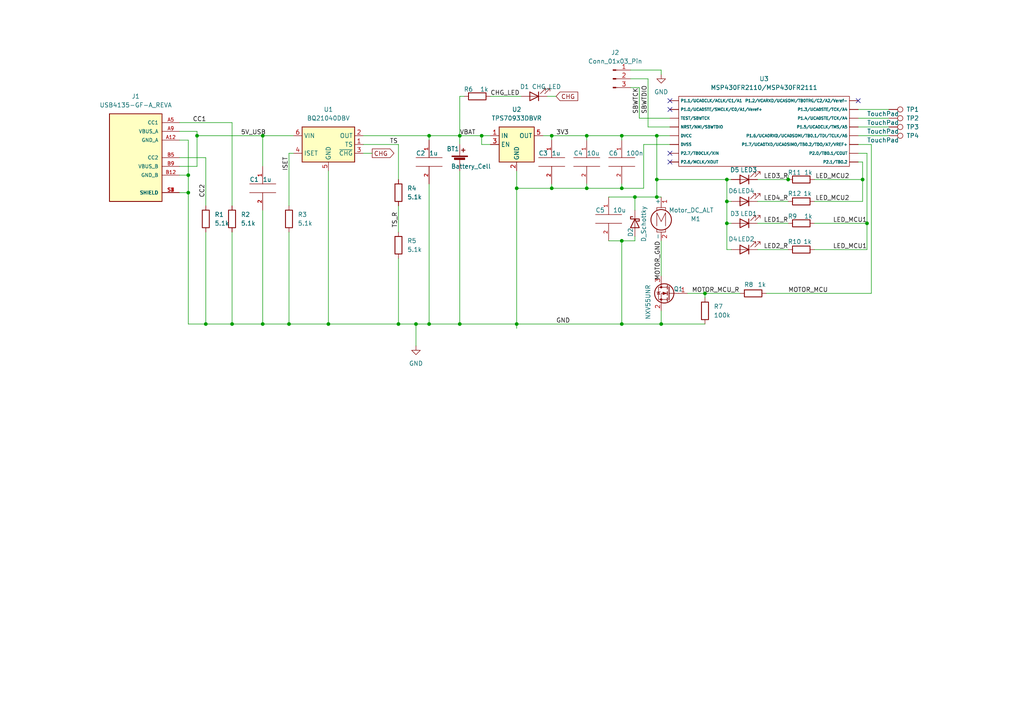
<source format=kicad_sch>
(kicad_sch
	(version 20231120)
	(generator "eeschema")
	(generator_version "8.0")
	(uuid "e63e39d7-6ac0-4ffd-8aa3-1841a4541b55")
	(paper "A4")
	(lib_symbols
		(symbol "Battery_Management:BQ21040DBV"
			(exclude_from_sim no)
			(in_bom yes)
			(on_board yes)
			(property "Reference" "U"
				(at -7.62 6.35 0)
				(effects
					(font
						(size 1.27 1.27)
					)
					(justify left)
				)
			)
			(property "Value" "BQ21040DBV"
				(at 1.27 6.35 0)
				(effects
					(font
						(size 1.27 1.27)
					)
					(justify left)
				)
			)
			(property "Footprint" "Package_TO_SOT_SMD:SOT-23-6"
				(at 1.27 -6.35 0)
				(effects
					(font
						(size 1.27 1.27)
						(italic yes)
					)
					(justify left)
					(hide yes)
				)
			)
			(property "Datasheet" "https://www.ti.com/lit/ds/symlink/bq21040.pdf"
				(at 0 -18.288 0)
				(effects
					(font
						(size 1.27 1.27)
					)
					(hide yes)
				)
			)
			(property "Description" "Single cell, 0.8A Li-Ion/Li-Po linear charge management controller, up to 30V input, 4.2V charge voltage, Open-Drain Status Output, Temperature sense input, SOT-23-6"
				(at 0 0 0)
				(effects
					(font
						(size 1.27 1.27)
					)
					(hide yes)
				)
			)
			(property "ki_keywords" "1-cell battery charger lithium"
				(at 0 0 0)
				(effects
					(font
						(size 1.27 1.27)
					)
					(hide yes)
				)
			)
			(property "ki_fp_filters" "SOT?23*"
				(at 0 0 0)
				(effects
					(font
						(size 1.27 1.27)
					)
					(hide yes)
				)
			)
			(symbol "BQ21040DBV_0_1"
				(rectangle
					(start -7.62 5.08)
					(end 7.62 -5.08)
					(stroke
						(width 0.254)
						(type default)
					)
					(fill
						(type background)
					)
				)
			)
			(symbol "BQ21040DBV_1_1"
				(pin input line
					(at 10.16 0 180)
					(length 2.54)
					(name "TS"
						(effects
							(font
								(size 1.27 1.27)
							)
						)
					)
					(number "1"
						(effects
							(font
								(size 1.27 1.27)
							)
						)
					)
				)
				(pin power_out line
					(at 10.16 2.54 180)
					(length 2.54)
					(name "OUT"
						(effects
							(font
								(size 1.27 1.27)
							)
						)
					)
					(number "2"
						(effects
							(font
								(size 1.27 1.27)
							)
						)
					)
				)
				(pin open_collector line
					(at 10.16 -2.54 180)
					(length 2.54)
					(name "~{CHG}"
						(effects
							(font
								(size 1.27 1.27)
							)
						)
					)
					(number "3"
						(effects
							(font
								(size 1.27 1.27)
							)
						)
					)
				)
				(pin input line
					(at -10.16 -2.54 0)
					(length 2.54)
					(name "ISET"
						(effects
							(font
								(size 1.27 1.27)
							)
						)
					)
					(number "4"
						(effects
							(font
								(size 1.27 1.27)
							)
						)
					)
				)
				(pin power_in line
					(at 0 -7.62 90)
					(length 2.54)
					(name "GND"
						(effects
							(font
								(size 1.27 1.27)
							)
						)
					)
					(number "5"
						(effects
							(font
								(size 1.27 1.27)
							)
						)
					)
				)
				(pin power_in line
					(at -10.16 2.54 0)
					(length 2.54)
					(name "VIN"
						(effects
							(font
								(size 1.27 1.27)
							)
						)
					)
					(number "6"
						(effects
							(font
								(size 1.27 1.27)
							)
						)
					)
				)
			)
		)
		(symbol "Connector:Conn_01x03_Pin"
			(pin_names
				(offset 1.016) hide)
			(exclude_from_sim no)
			(in_bom yes)
			(on_board yes)
			(property "Reference" "J"
				(at 0 5.08 0)
				(effects
					(font
						(size 1.27 1.27)
					)
				)
			)
			(property "Value" "Conn_01x03_Pin"
				(at 0 -5.08 0)
				(effects
					(font
						(size 1.27 1.27)
					)
				)
			)
			(property "Footprint" ""
				(at 0 0 0)
				(effects
					(font
						(size 1.27 1.27)
					)
					(hide yes)
				)
			)
			(property "Datasheet" "~"
				(at 0 0 0)
				(effects
					(font
						(size 1.27 1.27)
					)
					(hide yes)
				)
			)
			(property "Description" "Generic connector, single row, 01x03, script generated"
				(at 0 0 0)
				(effects
					(font
						(size 1.27 1.27)
					)
					(hide yes)
				)
			)
			(property "ki_locked" ""
				(at 0 0 0)
				(effects
					(font
						(size 1.27 1.27)
					)
				)
			)
			(property "ki_keywords" "connector"
				(at 0 0 0)
				(effects
					(font
						(size 1.27 1.27)
					)
					(hide yes)
				)
			)
			(property "ki_fp_filters" "Connector*:*_1x??_*"
				(at 0 0 0)
				(effects
					(font
						(size 1.27 1.27)
					)
					(hide yes)
				)
			)
			(symbol "Conn_01x03_Pin_1_1"
				(polyline
					(pts
						(xy 1.27 -2.54) (xy 0.8636 -2.54)
					)
					(stroke
						(width 0.1524)
						(type default)
					)
					(fill
						(type none)
					)
				)
				(polyline
					(pts
						(xy 1.27 0) (xy 0.8636 0)
					)
					(stroke
						(width 0.1524)
						(type default)
					)
					(fill
						(type none)
					)
				)
				(polyline
					(pts
						(xy 1.27 2.54) (xy 0.8636 2.54)
					)
					(stroke
						(width 0.1524)
						(type default)
					)
					(fill
						(type none)
					)
				)
				(rectangle
					(start 0.8636 -2.413)
					(end 0 -2.667)
					(stroke
						(width 0.1524)
						(type default)
					)
					(fill
						(type outline)
					)
				)
				(rectangle
					(start 0.8636 0.127)
					(end 0 -0.127)
					(stroke
						(width 0.1524)
						(type default)
					)
					(fill
						(type outline)
					)
				)
				(rectangle
					(start 0.8636 2.667)
					(end 0 2.413)
					(stroke
						(width 0.1524)
						(type default)
					)
					(fill
						(type outline)
					)
				)
				(pin passive line
					(at 5.08 2.54 180)
					(length 3.81)
					(name "Pin_1"
						(effects
							(font
								(size 1.27 1.27)
							)
						)
					)
					(number "1"
						(effects
							(font
								(size 1.27 1.27)
							)
						)
					)
				)
				(pin passive line
					(at 5.08 0 180)
					(length 3.81)
					(name "Pin_2"
						(effects
							(font
								(size 1.27 1.27)
							)
						)
					)
					(number "2"
						(effects
							(font
								(size 1.27 1.27)
							)
						)
					)
				)
				(pin passive line
					(at 5.08 -2.54 180)
					(length 3.81)
					(name "Pin_3"
						(effects
							(font
								(size 1.27 1.27)
							)
						)
					)
					(number "3"
						(effects
							(font
								(size 1.27 1.27)
							)
						)
					)
				)
			)
		)
		(symbol "Connector:TestPoint"
			(pin_numbers hide)
			(pin_names
				(offset 0.762) hide)
			(exclude_from_sim no)
			(in_bom yes)
			(on_board yes)
			(property "Reference" "TP"
				(at 0 6.858 0)
				(effects
					(font
						(size 1.27 1.27)
					)
				)
			)
			(property "Value" "TestPoint"
				(at 0 5.08 0)
				(effects
					(font
						(size 1.27 1.27)
					)
				)
			)
			(property "Footprint" ""
				(at 5.08 0 0)
				(effects
					(font
						(size 1.27 1.27)
					)
					(hide yes)
				)
			)
			(property "Datasheet" "~"
				(at 5.08 0 0)
				(effects
					(font
						(size 1.27 1.27)
					)
					(hide yes)
				)
			)
			(property "Description" "test point"
				(at 0 0 0)
				(effects
					(font
						(size 1.27 1.27)
					)
					(hide yes)
				)
			)
			(property "ki_keywords" "test point tp"
				(at 0 0 0)
				(effects
					(font
						(size 1.27 1.27)
					)
					(hide yes)
				)
			)
			(property "ki_fp_filters" "Pin* Test*"
				(at 0 0 0)
				(effects
					(font
						(size 1.27 1.27)
					)
					(hide yes)
				)
			)
			(symbol "TestPoint_0_1"
				(circle
					(center 0 3.302)
					(radius 0.762)
					(stroke
						(width 0)
						(type default)
					)
					(fill
						(type none)
					)
				)
			)
			(symbol "TestPoint_1_1"
				(pin passive line
					(at 0 0 90)
					(length 2.54)
					(name "1"
						(effects
							(font
								(size 1.27 1.27)
							)
						)
					)
					(number "1"
						(effects
							(font
								(size 1.27 1.27)
							)
						)
					)
				)
			)
		)
		(symbol "Device:Battery_Cell"
			(pin_numbers hide)
			(pin_names
				(offset 0) hide)
			(exclude_from_sim no)
			(in_bom yes)
			(on_board yes)
			(property "Reference" "BT"
				(at 2.54 2.54 0)
				(effects
					(font
						(size 1.27 1.27)
					)
					(justify left)
				)
			)
			(property "Value" "Battery_Cell"
				(at 2.54 0 0)
				(effects
					(font
						(size 1.27 1.27)
					)
					(justify left)
				)
			)
			(property "Footprint" ""
				(at 0 1.524 90)
				(effects
					(font
						(size 1.27 1.27)
					)
					(hide yes)
				)
			)
			(property "Datasheet" "~"
				(at 0 1.524 90)
				(effects
					(font
						(size 1.27 1.27)
					)
					(hide yes)
				)
			)
			(property "Description" "Single-cell battery"
				(at 0 0 0)
				(effects
					(font
						(size 1.27 1.27)
					)
					(hide yes)
				)
			)
			(property "ki_keywords" "battery cell"
				(at 0 0 0)
				(effects
					(font
						(size 1.27 1.27)
					)
					(hide yes)
				)
			)
			(symbol "Battery_Cell_0_1"
				(rectangle
					(start -2.286 1.778)
					(end 2.286 1.524)
					(stroke
						(width 0)
						(type default)
					)
					(fill
						(type outline)
					)
				)
				(rectangle
					(start -1.5748 1.1938)
					(end 1.4732 0.6858)
					(stroke
						(width 0)
						(type default)
					)
					(fill
						(type outline)
					)
				)
				(polyline
					(pts
						(xy 0 0.762) (xy 0 0)
					)
					(stroke
						(width 0)
						(type default)
					)
					(fill
						(type none)
					)
				)
				(polyline
					(pts
						(xy 0 1.778) (xy 0 2.54)
					)
					(stroke
						(width 0)
						(type default)
					)
					(fill
						(type none)
					)
				)
				(polyline
					(pts
						(xy 0.508 3.429) (xy 1.524 3.429)
					)
					(stroke
						(width 0.254)
						(type default)
					)
					(fill
						(type none)
					)
				)
				(polyline
					(pts
						(xy 1.016 3.937) (xy 1.016 2.921)
					)
					(stroke
						(width 0.254)
						(type default)
					)
					(fill
						(type none)
					)
				)
			)
			(symbol "Battery_Cell_1_1"
				(pin passive line
					(at 0 5.08 270)
					(length 2.54)
					(name "+"
						(effects
							(font
								(size 1.27 1.27)
							)
						)
					)
					(number "1"
						(effects
							(font
								(size 1.27 1.27)
							)
						)
					)
				)
				(pin passive line
					(at 0 -2.54 90)
					(length 2.54)
					(name "-"
						(effects
							(font
								(size 1.27 1.27)
							)
						)
					)
					(number "2"
						(effects
							(font
								(size 1.27 1.27)
							)
						)
					)
				)
			)
		)
		(symbol "Device:D_Schottky"
			(pin_numbers hide)
			(pin_names
				(offset 1.016) hide)
			(exclude_from_sim no)
			(in_bom yes)
			(on_board yes)
			(property "Reference" "D"
				(at 0 2.54 0)
				(effects
					(font
						(size 1.27 1.27)
					)
				)
			)
			(property "Value" "D_Schottky"
				(at 0 -2.54 0)
				(effects
					(font
						(size 1.27 1.27)
					)
				)
			)
			(property "Footprint" ""
				(at 0 0 0)
				(effects
					(font
						(size 1.27 1.27)
					)
					(hide yes)
				)
			)
			(property "Datasheet" "~"
				(at 0 0 0)
				(effects
					(font
						(size 1.27 1.27)
					)
					(hide yes)
				)
			)
			(property "Description" "Schottky diode"
				(at 0 0 0)
				(effects
					(font
						(size 1.27 1.27)
					)
					(hide yes)
				)
			)
			(property "ki_keywords" "diode Schottky"
				(at 0 0 0)
				(effects
					(font
						(size 1.27 1.27)
					)
					(hide yes)
				)
			)
			(property "ki_fp_filters" "TO-???* *_Diode_* *SingleDiode* D_*"
				(at 0 0 0)
				(effects
					(font
						(size 1.27 1.27)
					)
					(hide yes)
				)
			)
			(symbol "D_Schottky_0_1"
				(polyline
					(pts
						(xy 1.27 0) (xy -1.27 0)
					)
					(stroke
						(width 0)
						(type default)
					)
					(fill
						(type none)
					)
				)
				(polyline
					(pts
						(xy 1.27 1.27) (xy 1.27 -1.27) (xy -1.27 0) (xy 1.27 1.27)
					)
					(stroke
						(width 0.254)
						(type default)
					)
					(fill
						(type none)
					)
				)
				(polyline
					(pts
						(xy -1.905 0.635) (xy -1.905 1.27) (xy -1.27 1.27) (xy -1.27 -1.27) (xy -0.635 -1.27) (xy -0.635 -0.635)
					)
					(stroke
						(width 0.254)
						(type default)
					)
					(fill
						(type none)
					)
				)
			)
			(symbol "D_Schottky_1_1"
				(pin passive line
					(at -3.81 0 0)
					(length 2.54)
					(name "K"
						(effects
							(font
								(size 1.27 1.27)
							)
						)
					)
					(number "1"
						(effects
							(font
								(size 1.27 1.27)
							)
						)
					)
				)
				(pin passive line
					(at 3.81 0 180)
					(length 2.54)
					(name "A"
						(effects
							(font
								(size 1.27 1.27)
							)
						)
					)
					(number "2"
						(effects
							(font
								(size 1.27 1.27)
							)
						)
					)
				)
			)
		)
		(symbol "Device:LED"
			(pin_numbers hide)
			(pin_names
				(offset 1.016) hide)
			(exclude_from_sim no)
			(in_bom yes)
			(on_board yes)
			(property "Reference" "D"
				(at 0 2.54 0)
				(effects
					(font
						(size 1.27 1.27)
					)
				)
			)
			(property "Value" "LED"
				(at 0 -2.54 0)
				(effects
					(font
						(size 1.27 1.27)
					)
				)
			)
			(property "Footprint" ""
				(at 0 0 0)
				(effects
					(font
						(size 1.27 1.27)
					)
					(hide yes)
				)
			)
			(property "Datasheet" "~"
				(at 0 0 0)
				(effects
					(font
						(size 1.27 1.27)
					)
					(hide yes)
				)
			)
			(property "Description" "Light emitting diode"
				(at 0 0 0)
				(effects
					(font
						(size 1.27 1.27)
					)
					(hide yes)
				)
			)
			(property "ki_keywords" "LED diode"
				(at 0 0 0)
				(effects
					(font
						(size 1.27 1.27)
					)
					(hide yes)
				)
			)
			(property "ki_fp_filters" "LED* LED_SMD:* LED_THT:*"
				(at 0 0 0)
				(effects
					(font
						(size 1.27 1.27)
					)
					(hide yes)
				)
			)
			(symbol "LED_0_1"
				(polyline
					(pts
						(xy -1.27 -1.27) (xy -1.27 1.27)
					)
					(stroke
						(width 0.254)
						(type default)
					)
					(fill
						(type none)
					)
				)
				(polyline
					(pts
						(xy -1.27 0) (xy 1.27 0)
					)
					(stroke
						(width 0)
						(type default)
					)
					(fill
						(type none)
					)
				)
				(polyline
					(pts
						(xy 1.27 -1.27) (xy 1.27 1.27) (xy -1.27 0) (xy 1.27 -1.27)
					)
					(stroke
						(width 0.254)
						(type default)
					)
					(fill
						(type none)
					)
				)
				(polyline
					(pts
						(xy -3.048 -0.762) (xy -4.572 -2.286) (xy -3.81 -2.286) (xy -4.572 -2.286) (xy -4.572 -1.524)
					)
					(stroke
						(width 0)
						(type default)
					)
					(fill
						(type none)
					)
				)
				(polyline
					(pts
						(xy -1.778 -0.762) (xy -3.302 -2.286) (xy -2.54 -2.286) (xy -3.302 -2.286) (xy -3.302 -1.524)
					)
					(stroke
						(width 0)
						(type default)
					)
					(fill
						(type none)
					)
				)
			)
			(symbol "LED_1_1"
				(pin passive line
					(at -3.81 0 0)
					(length 2.54)
					(name "K"
						(effects
							(font
								(size 1.27 1.27)
							)
						)
					)
					(number "1"
						(effects
							(font
								(size 1.27 1.27)
							)
						)
					)
				)
				(pin passive line
					(at 3.81 0 180)
					(length 2.54)
					(name "A"
						(effects
							(font
								(size 1.27 1.27)
							)
						)
					)
					(number "2"
						(effects
							(font
								(size 1.27 1.27)
							)
						)
					)
				)
			)
		)
		(symbol "Device:Q_NMOS_GSD"
			(pin_names
				(offset 0) hide)
			(exclude_from_sim no)
			(in_bom yes)
			(on_board yes)
			(property "Reference" "Q"
				(at 5.08 1.27 0)
				(effects
					(font
						(size 1.27 1.27)
					)
					(justify left)
				)
			)
			(property "Value" "Q_NMOS_GSD"
				(at 5.08 -1.27 0)
				(effects
					(font
						(size 1.27 1.27)
					)
					(justify left)
				)
			)
			(property "Footprint" ""
				(at 5.08 2.54 0)
				(effects
					(font
						(size 1.27 1.27)
					)
					(hide yes)
				)
			)
			(property "Datasheet" "~"
				(at 0 0 0)
				(effects
					(font
						(size 1.27 1.27)
					)
					(hide yes)
				)
			)
			(property "Description" "N-MOSFET transistor, gate/source/drain"
				(at 0 0 0)
				(effects
					(font
						(size 1.27 1.27)
					)
					(hide yes)
				)
			)
			(property "ki_keywords" "transistor NMOS N-MOS N-MOSFET"
				(at 0 0 0)
				(effects
					(font
						(size 1.27 1.27)
					)
					(hide yes)
				)
			)
			(symbol "Q_NMOS_GSD_0_1"
				(polyline
					(pts
						(xy 0.254 0) (xy -2.54 0)
					)
					(stroke
						(width 0)
						(type default)
					)
					(fill
						(type none)
					)
				)
				(polyline
					(pts
						(xy 0.254 1.905) (xy 0.254 -1.905)
					)
					(stroke
						(width 0.254)
						(type default)
					)
					(fill
						(type none)
					)
				)
				(polyline
					(pts
						(xy 0.762 -1.27) (xy 0.762 -2.286)
					)
					(stroke
						(width 0.254)
						(type default)
					)
					(fill
						(type none)
					)
				)
				(polyline
					(pts
						(xy 0.762 0.508) (xy 0.762 -0.508)
					)
					(stroke
						(width 0.254)
						(type default)
					)
					(fill
						(type none)
					)
				)
				(polyline
					(pts
						(xy 0.762 2.286) (xy 0.762 1.27)
					)
					(stroke
						(width 0.254)
						(type default)
					)
					(fill
						(type none)
					)
				)
				(polyline
					(pts
						(xy 2.54 2.54) (xy 2.54 1.778)
					)
					(stroke
						(width 0)
						(type default)
					)
					(fill
						(type none)
					)
				)
				(polyline
					(pts
						(xy 2.54 -2.54) (xy 2.54 0) (xy 0.762 0)
					)
					(stroke
						(width 0)
						(type default)
					)
					(fill
						(type none)
					)
				)
				(polyline
					(pts
						(xy 0.762 -1.778) (xy 3.302 -1.778) (xy 3.302 1.778) (xy 0.762 1.778)
					)
					(stroke
						(width 0)
						(type default)
					)
					(fill
						(type none)
					)
				)
				(polyline
					(pts
						(xy 1.016 0) (xy 2.032 0.381) (xy 2.032 -0.381) (xy 1.016 0)
					)
					(stroke
						(width 0)
						(type default)
					)
					(fill
						(type outline)
					)
				)
				(polyline
					(pts
						(xy 2.794 0.508) (xy 2.921 0.381) (xy 3.683 0.381) (xy 3.81 0.254)
					)
					(stroke
						(width 0)
						(type default)
					)
					(fill
						(type none)
					)
				)
				(polyline
					(pts
						(xy 3.302 0.381) (xy 2.921 -0.254) (xy 3.683 -0.254) (xy 3.302 0.381)
					)
					(stroke
						(width 0)
						(type default)
					)
					(fill
						(type none)
					)
				)
				(circle
					(center 1.651 0)
					(radius 2.794)
					(stroke
						(width 0.254)
						(type default)
					)
					(fill
						(type none)
					)
				)
				(circle
					(center 2.54 -1.778)
					(radius 0.254)
					(stroke
						(width 0)
						(type default)
					)
					(fill
						(type outline)
					)
				)
				(circle
					(center 2.54 1.778)
					(radius 0.254)
					(stroke
						(width 0)
						(type default)
					)
					(fill
						(type outline)
					)
				)
			)
			(symbol "Q_NMOS_GSD_1_1"
				(pin input line
					(at -5.08 0 0)
					(length 2.54)
					(name "G"
						(effects
							(font
								(size 1.27 1.27)
							)
						)
					)
					(number "1"
						(effects
							(font
								(size 1.27 1.27)
							)
						)
					)
				)
				(pin passive line
					(at 2.54 -5.08 90)
					(length 2.54)
					(name "S"
						(effects
							(font
								(size 1.27 1.27)
							)
						)
					)
					(number "2"
						(effects
							(font
								(size 1.27 1.27)
							)
						)
					)
				)
				(pin passive line
					(at 2.54 5.08 270)
					(length 2.54)
					(name "D"
						(effects
							(font
								(size 1.27 1.27)
							)
						)
					)
					(number "3"
						(effects
							(font
								(size 1.27 1.27)
							)
						)
					)
				)
			)
		)
		(symbol "Device:R"
			(pin_numbers hide)
			(pin_names
				(offset 0)
			)
			(exclude_from_sim no)
			(in_bom yes)
			(on_board yes)
			(property "Reference" "R"
				(at 2.032 0 90)
				(effects
					(font
						(size 1.27 1.27)
					)
				)
			)
			(property "Value" "R"
				(at 0 0 90)
				(effects
					(font
						(size 1.27 1.27)
					)
				)
			)
			(property "Footprint" ""
				(at -1.778 0 90)
				(effects
					(font
						(size 1.27 1.27)
					)
					(hide yes)
				)
			)
			(property "Datasheet" "~"
				(at 0 0 0)
				(effects
					(font
						(size 1.27 1.27)
					)
					(hide yes)
				)
			)
			(property "Description" "Resistor"
				(at 0 0 0)
				(effects
					(font
						(size 1.27 1.27)
					)
					(hide yes)
				)
			)
			(property "ki_keywords" "R res resistor"
				(at 0 0 0)
				(effects
					(font
						(size 1.27 1.27)
					)
					(hide yes)
				)
			)
			(property "ki_fp_filters" "R_*"
				(at 0 0 0)
				(effects
					(font
						(size 1.27 1.27)
					)
					(hide yes)
				)
			)
			(symbol "R_0_1"
				(rectangle
					(start -1.016 -2.54)
					(end 1.016 2.54)
					(stroke
						(width 0.254)
						(type default)
					)
					(fill
						(type none)
					)
				)
			)
			(symbol "R_1_1"
				(pin passive line
					(at 0 3.81 270)
					(length 1.27)
					(name "~"
						(effects
							(font
								(size 1.27 1.27)
							)
						)
					)
					(number "1"
						(effects
							(font
								(size 1.27 1.27)
							)
						)
					)
				)
				(pin passive line
					(at 0 -3.81 90)
					(length 1.27)
					(name "~"
						(effects
							(font
								(size 1.27 1.27)
							)
						)
					)
					(number "2"
						(effects
							(font
								(size 1.27 1.27)
							)
						)
					)
				)
			)
		)
		(symbol "Gal_symbols_lib:MSP430FR2xxx"
			(pin_numbers hide)
			(exclude_from_sim no)
			(in_bom yes)
			(on_board yes)
			(property "Reference" "U"
				(at -5.08 2.54 0)
				(effects
					(font
						(size 1.27 1.27)
					)
				)
			)
			(property "Value" "MSP430FR2xxx"
				(at 1.27 -20.32 0)
				(effects
					(font
						(size 1.27 1.27)
					)
				)
			)
			(property "Footprint" ""
				(at 0 0 0)
				(effects
					(font
						(size 1.27 1.27)
					)
					(hide yes)
				)
			)
			(property "Datasheet" ""
				(at 0 0 0)
				(effects
					(font
						(size 1.27 1.27)
					)
					(hide yes)
				)
			)
			(property "Description" ""
				(at 0 0 0)
				(effects
					(font
						(size 1.27 1.27)
					)
					(hide yes)
				)
			)
			(symbol "MSP430FR2xxx_0_1"
				(polyline
					(pts
						(xy -6.35 1.27) (xy 43.18 1.27) (xy 43.18 -19.05) (xy -6.35 -19.05) (xy -6.35 1.27)
					)
					(stroke
						(width 0)
						(type default)
					)
					(fill
						(type none)
					)
				)
			)
			(symbol "MSP430FR2xxx_1_1"
				(pin bidirectional line
					(at -8.89 0 0)
					(length 2.54)
					(name "P1.1/UCA0CLK/ACLK/C1/A1"
						(effects
							(font
								(size 0.82 0.82)
							)
						)
					)
					(number "1"
						(effects
							(font
								(size 0.82 0.82)
							)
						)
					)
				)
				(pin bidirectional line
					(at 45.72 -15.24 180)
					(length 2.54)
					(name "P2.0/TB0.1/COUT"
						(effects
							(font
								(size 0.82 0.82)
							)
						)
					)
					(number "10"
						(effects
							(font
								(size 0.82 0.82)
							)
						)
					)
				)
				(pin bidirectional line
					(at 45.72 -12.7 180)
					(length 2.54)
					(name "P1.7/UCA0TXD/UCA0SIMO/TB0.2/TDO/A7/VREF+"
						(effects
							(font
								(size 0.82 0.82)
							)
						)
					)
					(number "11"
						(effects
							(font
								(size 0.82 0.82)
							)
						)
					)
				)
				(pin bidirectional line
					(at 45.72 -10.16 180)
					(length 2.54)
					(name "P1.6/UCA0RXD/UCA0SOMI/TB0.1/TDI/TCLK/A6"
						(effects
							(font
								(size 0.82 0.82)
							)
						)
					)
					(number "12"
						(effects
							(font
								(size 0.82 0.82)
							)
						)
					)
				)
				(pin bidirectional line
					(at 45.72 -7.62 180)
					(length 2.54)
					(name "P1.5/UCA0CLK/TMS/A5"
						(effects
							(font
								(size 0.82 0.82)
							)
						)
					)
					(number "13"
						(effects
							(font
								(size 0.82 0.82)
							)
						)
					)
				)
				(pin bidirectional line
					(at 45.72 -5.08 180)
					(length 2.54)
					(name "P1.4/UCA0STE/TCK/A4"
						(effects
							(font
								(size 0.82 0.82)
							)
						)
					)
					(number "14"
						(effects
							(font
								(size 0.82 0.82)
							)
						)
					)
				)
				(pin bidirectional line
					(at 45.72 -2.54 180)
					(length 2.54)
					(name "P1.3/UCA0STE/TCK/A4"
						(effects
							(font
								(size 0.82 0.82)
							)
						)
					)
					(number "15"
						(effects
							(font
								(size 0.82 0.82)
							)
						)
					)
				)
				(pin bidirectional line
					(at 45.72 0 180)
					(length 2.54)
					(name "P1.2/VCARXD/UCASOMI/TB0TRG/C2/A2/Veref-"
						(effects
							(font
								(size 0.82 0.82)
							)
						)
					)
					(number "16"
						(effects
							(font
								(size 0.82 0.82)
							)
						)
					)
				)
				(pin bidirectional line
					(at -8.89 -2.54 0)
					(length 2.54)
					(name "P1.0/UCA0STE/SMCLK/C0/A1/Veref+"
						(effects
							(font
								(size 0.82 0.82)
							)
						)
					)
					(number "2"
						(effects
							(font
								(size 0.82 0.82)
							)
						)
					)
				)
				(pin bidirectional line
					(at -8.89 -5.08 0)
					(length 2.54)
					(name "TEST/SBWTCK"
						(effects
							(font
								(size 0.82 0.82)
							)
						)
					)
					(number "3"
						(effects
							(font
								(size 0.82 0.82)
							)
						)
					)
				)
				(pin bidirectional line
					(at -8.89 -7.62 0)
					(length 2.54)
					(name "NRST/NMI/SBWTDIO"
						(effects
							(font
								(size 0.82 0.82)
							)
						)
					)
					(number "4"
						(effects
							(font
								(size 0.82 0.82)
							)
						)
					)
				)
				(pin power_in line
					(at -8.89 -10.16 0)
					(length 2.54)
					(name "DVCC"
						(effects
							(font
								(size 0.82 0.82)
							)
						)
					)
					(number "5"
						(effects
							(font
								(size 0.82 0.82)
							)
						)
					)
				)
				(pin power_in line
					(at -8.89 -12.7 0)
					(length 2.54)
					(name "DVSS"
						(effects
							(font
								(size 0.82 0.82)
							)
						)
					)
					(number "6"
						(effects
							(font
								(size 0.82 0.82)
							)
						)
					)
				)
				(pin bidirectional line
					(at -8.89 -15.24 0)
					(length 2.54)
					(name "P2.7/TB0CLK/XIN"
						(effects
							(font
								(size 0.82 0.82)
							)
						)
					)
					(number "7"
						(effects
							(font
								(size 0.82 0.82)
							)
						)
					)
				)
				(pin bidirectional line
					(at -8.89 -17.78 0)
					(length 2.54)
					(name "P2.6/MCLK/XOUT"
						(effects
							(font
								(size 0.82 0.82)
							)
						)
					)
					(number "8"
						(effects
							(font
								(size 0.82 0.82)
							)
						)
					)
				)
				(pin bidirectional line
					(at 45.72 -17.78 180)
					(length 2.54)
					(name "P2.1/TB0.2"
						(effects
							(font
								(size 0.82 0.82)
							)
						)
					)
					(number "9"
						(effects
							(font
								(size 0.82 0.82)
							)
						)
					)
				)
			)
		)
		(symbol "Motor:Motor_DC_ALT"
			(pin_names
				(offset 0)
			)
			(exclude_from_sim no)
			(in_bom yes)
			(on_board yes)
			(property "Reference" "M"
				(at 2.54 2.54 0)
				(effects
					(font
						(size 1.27 1.27)
					)
					(justify left)
				)
			)
			(property "Value" "Motor_DC_ALT"
				(at 2.54 -5.08 0)
				(effects
					(font
						(size 1.27 1.27)
					)
					(justify left top)
				)
			)
			(property "Footprint" ""
				(at 0 -2.286 0)
				(effects
					(font
						(size 1.27 1.27)
					)
					(hide yes)
				)
			)
			(property "Datasheet" "~"
				(at 0 -2.286 0)
				(effects
					(font
						(size 1.27 1.27)
					)
					(hide yes)
				)
			)
			(property "Description" "DC Motor, alternative symbol"
				(at 0 0 0)
				(effects
					(font
						(size 1.27 1.27)
					)
					(hide yes)
				)
			)
			(property "ki_keywords" "DC Motor"
				(at 0 0 0)
				(effects
					(font
						(size 1.27 1.27)
					)
					(hide yes)
				)
			)
			(property "ki_fp_filters" "PinHeader*P2.54mm* TerminalBlock*"
				(at 0 0 0)
				(effects
					(font
						(size 1.27 1.27)
					)
					(hide yes)
				)
			)
			(symbol "Motor_DC_ALT_0_0"
				(circle
					(center 0 -1.524)
					(radius 2.9718)
					(stroke
						(width 0.254)
						(type default)
					)
					(fill
						(type none)
					)
				)
				(polyline
					(pts
						(xy -1.27 -4.318) (xy -1.27 -5.08) (xy 1.27 -5.08) (xy 1.27 -4.318)
					)
					(stroke
						(width 0)
						(type default)
					)
					(fill
						(type none)
					)
				)
				(polyline
					(pts
						(xy -1.27 1.27) (xy -1.27 2.032) (xy 1.27 2.032) (xy 1.27 1.27)
					)
					(stroke
						(width 0)
						(type default)
					)
					(fill
						(type none)
					)
				)
				(polyline
					(pts
						(xy -1.27 -3.302) (xy -1.27 0.508) (xy 0 -2.032) (xy 1.27 0.508) (xy 1.27 -3.302)
					)
					(stroke
						(width 0)
						(type default)
					)
					(fill
						(type none)
					)
				)
			)
			(symbol "Motor_DC_ALT_0_1"
				(polyline
					(pts
						(xy 0 2.032) (xy 0 2.54)
					)
					(stroke
						(width 0)
						(type default)
					)
					(fill
						(type none)
					)
				)
			)
			(symbol "Motor_DC_ALT_1_1"
				(pin passive line
					(at 0 5.08 270)
					(length 2.54)
					(name "+"
						(effects
							(font
								(size 1.27 1.27)
							)
						)
					)
					(number "1"
						(effects
							(font
								(size 1.27 1.27)
							)
						)
					)
				)
				(pin passive line
					(at 0 -7.62 90)
					(length 2.54)
					(name "-"
						(effects
							(font
								(size 1.27 1.27)
							)
						)
					)
					(number "2"
						(effects
							(font
								(size 1.27 1.27)
							)
						)
					)
				)
			)
		)
		(symbol "Regulator_Linear:TPS7A0533PDBV"
			(exclude_from_sim no)
			(in_bom yes)
			(on_board yes)
			(property "Reference" "U"
				(at -3.81 6.35 0)
				(effects
					(font
						(size 1.27 1.27)
					)
				)
			)
			(property "Value" "TPS7A0533PDBV"
				(at 6.35 6.35 0)
				(effects
					(font
						(size 1.27 1.27)
					)
				)
			)
			(property "Footprint" "Package_TO_SOT_SMD:SOT-23-5"
				(at 0 8.89 0)
				(effects
					(font
						(size 1.27 1.27)
					)
					(hide yes)
				)
			)
			(property "Datasheet" "https://www.ti.com/lit/ds/symlink/tps7a05.pdf"
				(at 0 12.7 0)
				(effects
					(font
						(size 1.27 1.27)
					)
					(hide yes)
				)
			)
			(property "Description" "200-mA Ultra-Low-Iq LDO, 3.3V, SOT-23-5"
				(at 0 0 0)
				(effects
					(font
						(size 1.27 1.27)
					)
					(hide yes)
				)
			)
			(property "ki_keywords" "Single Output LDO Low-Iq"
				(at 0 0 0)
				(effects
					(font
						(size 1.27 1.27)
					)
					(hide yes)
				)
			)
			(property "ki_fp_filters" "SOT?23*"
				(at 0 0 0)
				(effects
					(font
						(size 1.27 1.27)
					)
					(hide yes)
				)
			)
			(symbol "TPS7A0533PDBV_0_1"
				(rectangle
					(start -5.08 -5.08)
					(end 5.08 5.08)
					(stroke
						(width 0.254)
						(type default)
					)
					(fill
						(type background)
					)
				)
				(pin power_in line
					(at -7.62 2.54 0)
					(length 2.54)
					(name "IN"
						(effects
							(font
								(size 1.27 1.27)
							)
						)
					)
					(number "1"
						(effects
							(font
								(size 1.27 1.27)
							)
						)
					)
				)
				(pin power_in line
					(at 0 -7.62 90)
					(length 2.54)
					(name "GND"
						(effects
							(font
								(size 1.27 1.27)
							)
						)
					)
					(number "2"
						(effects
							(font
								(size 1.27 1.27)
							)
						)
					)
				)
				(pin input line
					(at -7.62 0 0)
					(length 2.54)
					(name "EN"
						(effects
							(font
								(size 1.27 1.27)
							)
						)
					)
					(number "3"
						(effects
							(font
								(size 1.27 1.27)
							)
						)
					)
				)
				(pin no_connect line
					(at 5.08 0 180)
					(length 2.54) hide
					(name "NC"
						(effects
							(font
								(size 1.27 1.27)
							)
						)
					)
					(number "4"
						(effects
							(font
								(size 1.27 1.27)
							)
						)
					)
				)
				(pin power_out line
					(at 7.62 2.54 180)
					(length 2.54)
					(name "OUT"
						(effects
							(font
								(size 1.27 1.27)
							)
						)
					)
					(number "5"
						(effects
							(font
								(size 1.27 1.27)
							)
						)
					)
				)
			)
		)
		(symbol "USB4135-GF-A_REVA:USB4135-GF-A_REVA"
			(pin_names
				(offset 1.016)
			)
			(exclude_from_sim no)
			(in_bom yes)
			(on_board yes)
			(property "Reference" "J"
				(at -7.62 13.462 0)
				(effects
					(font
						(size 1.27 1.27)
					)
					(justify left bottom)
				)
			)
			(property "Value" "USB4135-GF-A_REVA"
				(at -7.62 -13.462 0)
				(effects
					(font
						(size 1.27 1.27)
					)
					(justify left top)
				)
			)
			(property "Footprint" "USB4135-GF-A_REVA:GCT_USB4135-GF-A_REVA"
				(at 0 0 0)
				(effects
					(font
						(size 1.27 1.27)
					)
					(justify bottom)
					(hide yes)
				)
			)
			(property "Datasheet" ""
				(at 0 0 0)
				(effects
					(font
						(size 1.27 1.27)
					)
					(hide yes)
				)
			)
			(property "Description" ""
				(at 0 0 0)
				(effects
					(font
						(size 1.27 1.27)
					)
					(hide yes)
				)
			)
			(property "MF" "Global Connector Technology"
				(at 0 0 0)
				(effects
					(font
						(size 1.27 1.27)
					)
					(justify bottom)
					(hide yes)
				)
			)
			(property "MAXIMUM_PACKAGE_HEIGHT" "3.25 mm"
				(at 0 0 0)
				(effects
					(font
						(size 1.27 1.27)
					)
					(justify bottom)
					(hide yes)
				)
			)
			(property "Package" "None"
				(at 0 0 0)
				(effects
					(font
						(size 1.27 1.27)
					)
					(justify bottom)
					(hide yes)
				)
			)
			(property "Price" "None"
				(at 0 0 0)
				(effects
					(font
						(size 1.27 1.27)
					)
					(justify bottom)
					(hide yes)
				)
			)
			(property "Check_prices" "https://www.snapeda.com/parts/USB4135-GF-A/Global+Connector+Technology/view-part/?ref=eda"
				(at 0 0 0)
				(effects
					(font
						(size 1.27 1.27)
					)
					(justify bottom)
					(hide yes)
				)
			)
			(property "STANDARD" "Manufacturer Recommendations"
				(at 0 0 0)
				(effects
					(font
						(size 1.27 1.27)
					)
					(justify bottom)
					(hide yes)
				)
			)
			(property "PARTREV" "A"
				(at 0 0 0)
				(effects
					(font
						(size 1.27 1.27)
					)
					(justify bottom)
					(hide yes)
				)
			)
			(property "SnapEDA_Link" "https://www.snapeda.com/parts/USB4135-GF-A/Global+Connector+Technology/view-part/?ref=snap"
				(at 0 0 0)
				(effects
					(font
						(size 1.27 1.27)
					)
					(justify bottom)
					(hide yes)
				)
			)
			(property "MP" "USB4135-GF-A"
				(at 0 0 0)
				(effects
					(font
						(size 1.27 1.27)
					)
					(justify bottom)
					(hide yes)
				)
			)
			(property "Description_1" "\nType C Receptacle, Horizontal, SMT, For Power Charging Only\n"
				(at 0 0 0)
				(effects
					(font
						(size 1.27 1.27)
					)
					(justify bottom)
					(hide yes)
				)
			)
			(property "Availability" "In Stock"
				(at 0 0 0)
				(effects
					(font
						(size 1.27 1.27)
					)
					(justify bottom)
					(hide yes)
				)
			)
			(property "MANUFACTURER" "GCT"
				(at 0 0 0)
				(effects
					(font
						(size 1.27 1.27)
					)
					(justify bottom)
					(hide yes)
				)
			)
			(symbol "USB4135-GF-A_REVA_0_0"
				(rectangle
					(start -7.62 -12.7)
					(end 7.62 12.7)
					(stroke
						(width 0.254)
						(type default)
					)
					(fill
						(type background)
					)
				)
				(pin power_in line
					(at -12.7 5.08 0)
					(length 5.08)
					(name "GND_A"
						(effects
							(font
								(size 1.016 1.016)
							)
						)
					)
					(number "A12"
						(effects
							(font
								(size 1.016 1.016)
							)
						)
					)
				)
				(pin bidirectional line
					(at -12.7 10.16 0)
					(length 5.08)
					(name "CC1"
						(effects
							(font
								(size 1.016 1.016)
							)
						)
					)
					(number "A5"
						(effects
							(font
								(size 1.016 1.016)
							)
						)
					)
				)
				(pin power_in line
					(at -12.7 7.62 0)
					(length 5.08)
					(name "VBUS_A"
						(effects
							(font
								(size 1.016 1.016)
							)
						)
					)
					(number "A9"
						(effects
							(font
								(size 1.016 1.016)
							)
						)
					)
				)
				(pin power_in line
					(at -12.7 -5.08 0)
					(length 5.08)
					(name "GND_B"
						(effects
							(font
								(size 1.016 1.016)
							)
						)
					)
					(number "B12"
						(effects
							(font
								(size 1.016 1.016)
							)
						)
					)
				)
				(pin bidirectional line
					(at -12.7 0 0)
					(length 5.08)
					(name "CC2"
						(effects
							(font
								(size 1.016 1.016)
							)
						)
					)
					(number "B5"
						(effects
							(font
								(size 1.016 1.016)
							)
						)
					)
				)
				(pin power_in line
					(at -12.7 -2.54 0)
					(length 5.08)
					(name "VBUS_B"
						(effects
							(font
								(size 1.016 1.016)
							)
						)
					)
					(number "B9"
						(effects
							(font
								(size 1.016 1.016)
							)
						)
					)
				)
				(pin passive line
					(at -12.7 -10.16 0)
					(length 5.08)
					(name "SHIELD"
						(effects
							(font
								(size 1.016 1.016)
							)
						)
					)
					(number "S1"
						(effects
							(font
								(size 1.016 1.016)
							)
						)
					)
				)
				(pin passive line
					(at -12.7 -10.16 0)
					(length 5.08)
					(name "SHIELD"
						(effects
							(font
								(size 1.016 1.016)
							)
						)
					)
					(number "S2"
						(effects
							(font
								(size 1.016 1.016)
							)
						)
					)
				)
				(pin passive line
					(at -12.7 -10.16 0)
					(length 5.08)
					(name "SHIELD"
						(effects
							(font
								(size 1.016 1.016)
							)
						)
					)
					(number "S3"
						(effects
							(font
								(size 1.016 1.016)
							)
						)
					)
				)
				(pin passive line
					(at -12.7 -10.16 0)
					(length 5.08)
					(name "SHIELD"
						(effects
							(font
								(size 1.016 1.016)
							)
						)
					)
					(number "S4"
						(effects
							(font
								(size 1.016 1.016)
							)
						)
					)
				)
			)
		)
		(symbol "power:GND"
			(power)
			(pin_names
				(offset 0)
			)
			(exclude_from_sim no)
			(in_bom yes)
			(on_board yes)
			(property "Reference" "#PWR"
				(at 0 -6.35 0)
				(effects
					(font
						(size 1.27 1.27)
					)
					(hide yes)
				)
			)
			(property "Value" "GND"
				(at 0 -3.81 0)
				(effects
					(font
						(size 1.27 1.27)
					)
				)
			)
			(property "Footprint" ""
				(at 0 0 0)
				(effects
					(font
						(size 1.27 1.27)
					)
					(hide yes)
				)
			)
			(property "Datasheet" ""
				(at 0 0 0)
				(effects
					(font
						(size 1.27 1.27)
					)
					(hide yes)
				)
			)
			(property "Description" "Power symbol creates a global label with name \"GND\" , ground"
				(at 0 0 0)
				(effects
					(font
						(size 1.27 1.27)
					)
					(hide yes)
				)
			)
			(property "ki_keywords" "power-flag"
				(at 0 0 0)
				(effects
					(font
						(size 1.27 1.27)
					)
					(hide yes)
				)
			)
			(symbol "GND_0_1"
				(polyline
					(pts
						(xy 0 0) (xy 0 -1.27) (xy 1.27 -1.27) (xy 0 -2.54) (xy -1.27 -1.27) (xy 0 -1.27)
					)
					(stroke
						(width 0)
						(type default)
					)
					(fill
						(type none)
					)
				)
			)
			(symbol "GND_1_1"
				(pin power_in line
					(at 0 0 270)
					(length 0) hide
					(name "GND"
						(effects
							(font
								(size 1.27 1.27)
							)
						)
					)
					(number "1"
						(effects
							(font
								(size 1.27 1.27)
							)
						)
					)
				)
			)
		)
		(symbol "pspice:CAP"
			(pin_names
				(offset 0.254)
			)
			(exclude_from_sim no)
			(in_bom yes)
			(on_board yes)
			(property "Reference" "C"
				(at 2.54 3.81 90)
				(effects
					(font
						(size 1.27 1.27)
					)
				)
			)
			(property "Value" "CAP"
				(at 2.54 -3.81 90)
				(effects
					(font
						(size 1.27 1.27)
					)
				)
			)
			(property "Footprint" ""
				(at 0 0 0)
				(effects
					(font
						(size 1.27 1.27)
					)
					(hide yes)
				)
			)
			(property "Datasheet" "~"
				(at 0 0 0)
				(effects
					(font
						(size 1.27 1.27)
					)
					(hide yes)
				)
			)
			(property "Description" "Capacitor symbol for simulation only"
				(at 0 0 0)
				(effects
					(font
						(size 1.27 1.27)
					)
					(hide yes)
				)
			)
			(property "ki_keywords" "simulation"
				(at 0 0 0)
				(effects
					(font
						(size 1.27 1.27)
					)
					(hide yes)
				)
			)
			(symbol "CAP_0_1"
				(polyline
					(pts
						(xy -3.81 -1.27) (xy 3.81 -1.27)
					)
					(stroke
						(width 0)
						(type default)
					)
					(fill
						(type none)
					)
				)
				(polyline
					(pts
						(xy -3.81 1.27) (xy 3.81 1.27)
					)
					(stroke
						(width 0)
						(type default)
					)
					(fill
						(type none)
					)
				)
			)
			(symbol "CAP_1_1"
				(pin passive line
					(at 0 6.35 270)
					(length 5.08)
					(name "~"
						(effects
							(font
								(size 1.016 1.016)
							)
						)
					)
					(number "1"
						(effects
							(font
								(size 1.016 1.016)
							)
						)
					)
				)
				(pin passive line
					(at 0 -6.35 90)
					(length 5.08)
					(name "~"
						(effects
							(font
								(size 1.016 1.016)
							)
						)
					)
					(number "2"
						(effects
							(font
								(size 1.016 1.016)
							)
						)
					)
				)
			)
		)
	)
	(junction
		(at 228.6 52.07)
		(diameter 0)
		(color 0 0 0 0)
		(uuid "0173d2c1-1c00-4353-9e3e-3bddeb52183a")
	)
	(junction
		(at 190.5 52.07)
		(diameter 0)
		(color 0 0 0 0)
		(uuid "0ad88f24-1858-4b30-bd27-a2b26396f788")
	)
	(junction
		(at 76.2 39.37)
		(diameter 0)
		(color 0 0 0 0)
		(uuid "0f704644-b8b2-46f2-af9d-cc43dab39d1f")
	)
	(junction
		(at 180.34 39.37)
		(diameter 0)
		(color 0 0 0 0)
		(uuid "14a3cbec-b1b9-4736-8e00-ba5be98954ab")
	)
	(junction
		(at 251.46 64.77)
		(diameter 0)
		(color 0 0 0 0)
		(uuid "1f641b77-e01b-4f6f-b96b-71f7f3f848f7")
	)
	(junction
		(at 190.5 39.37)
		(diameter 0)
		(color 0 0 0 0)
		(uuid "20f0e55e-2a9c-4b3d-8048-0ed8f3082bfb")
	)
	(junction
		(at 124.46 39.37)
		(diameter 0)
		(color 0 0 0 0)
		(uuid "21cd74b8-b8d0-43da-a1e5-75d034c007f8")
	)
	(junction
		(at 54.61 50.8)
		(diameter 0)
		(color 0 0 0 0)
		(uuid "23a5079c-d39c-4226-8695-242bbb1a04e9")
	)
	(junction
		(at 120.65 93.98)
		(diameter 0)
		(color 0 0 0 0)
		(uuid "2e8c7717-303d-4c17-b6f2-514492456aab")
	)
	(junction
		(at 180.34 54.61)
		(diameter 0)
		(color 0 0 0 0)
		(uuid "394081bf-96fc-400e-b24b-3a60629233db")
	)
	(junction
		(at 250.19 52.07)
		(diameter 0)
		(color 0 0 0 0)
		(uuid "3998d95a-9c5b-46e2-ac37-1384ea67f7ae")
	)
	(junction
		(at 115.57 93.98)
		(diameter 0)
		(color 0 0 0 0)
		(uuid "3b03120e-c33d-475e-8086-d1e94874e99d")
	)
	(junction
		(at 124.46 93.98)
		(diameter 0)
		(color 0 0 0 0)
		(uuid "42166d98-e0a5-45d2-b9a0-263f46c02ce5")
	)
	(junction
		(at 133.35 39.37)
		(diameter 0)
		(color 0 0 0 0)
		(uuid "500c16dd-ed85-4302-9447-080aaa54263b")
	)
	(junction
		(at 190.5 57.15)
		(diameter 0)
		(color 0 0 0 0)
		(uuid "50405247-25dd-4785-99c5-99ee3d4967ab")
	)
	(junction
		(at 210.82 52.07)
		(diameter 0)
		(color 0 0 0 0)
		(uuid "55eba38e-cd5b-477c-87c0-bba1302d3ff2")
	)
	(junction
		(at 210.82 64.77)
		(diameter 0)
		(color 0 0 0 0)
		(uuid "5807111f-a155-4b83-85fa-6b159983d5fd")
	)
	(junction
		(at 170.18 54.61)
		(diameter 0)
		(color 0 0 0 0)
		(uuid "5e3d0041-ba4b-4ecc-9687-87e8464fd548")
	)
	(junction
		(at 133.35 93.98)
		(diameter 0)
		(color 0 0 0 0)
		(uuid "652fec37-8140-4fc4-ab3b-69f680115557")
	)
	(junction
		(at 95.25 93.98)
		(diameter 0)
		(color 0 0 0 0)
		(uuid "66c3457d-2eb5-43a0-aeba-5543089be6fe")
	)
	(junction
		(at 210.82 58.42)
		(diameter 0)
		(color 0 0 0 0)
		(uuid "687699df-28ed-48e6-b5ce-b1f13862d2ec")
	)
	(junction
		(at 149.86 93.98)
		(diameter 0)
		(color 0 0 0 0)
		(uuid "6aae3113-3b8d-445a-88c3-c35a097847e7")
	)
	(junction
		(at 204.47 85.09)
		(diameter 0)
		(color 0 0 0 0)
		(uuid "6af98692-daa7-4e72-a3c8-e4c98835e70e")
	)
	(junction
		(at 83.82 93.98)
		(diameter 0)
		(color 0 0 0 0)
		(uuid "6dbc5147-50c2-4f12-97a6-83c0bd7400ac")
	)
	(junction
		(at 160.02 54.61)
		(diameter 0)
		(color 0 0 0 0)
		(uuid "74d120dc-81d7-4ce8-a19c-bc13e021b000")
	)
	(junction
		(at 184.15 57.15)
		(diameter 0)
		(color 0 0 0 0)
		(uuid "77259c76-792e-4f75-93ae-8fac94386d66")
	)
	(junction
		(at 191.77 93.98)
		(diameter 0)
		(color 0 0 0 0)
		(uuid "9b4851fe-4e2f-4de0-a685-8e53004d88aa")
	)
	(junction
		(at 57.15 39.37)
		(diameter 0)
		(color 0 0 0 0)
		(uuid "9baf0c93-4646-4d5e-be9d-97aade15588b")
	)
	(junction
		(at 170.18 39.37)
		(diameter 0)
		(color 0 0 0 0)
		(uuid "a33eab0d-9cec-414a-9839-a3650e07f940")
	)
	(junction
		(at 180.34 69.85)
		(diameter 0)
		(color 0 0 0 0)
		(uuid "ae3c0c32-d5ca-4021-8765-9393bbd33f59")
	)
	(junction
		(at 180.34 93.98)
		(diameter 0)
		(color 0 0 0 0)
		(uuid "b468d018-b0b9-48ff-ada9-ae565b8ae0c8")
	)
	(junction
		(at 160.02 39.37)
		(diameter 0)
		(color 0 0 0 0)
		(uuid "ba045f25-91cd-4acb-abb8-199b00f3c63d")
	)
	(junction
		(at 139.7 39.37)
		(diameter 0)
		(color 0 0 0 0)
		(uuid "ba546ab4-fddb-4a86-b876-dd587eaabf6d")
	)
	(junction
		(at 54.61 55.88)
		(diameter 0)
		(color 0 0 0 0)
		(uuid "c2946f48-0ac0-4eaf-85fa-d79ffb51a4bb")
	)
	(junction
		(at 67.31 93.98)
		(diameter 0)
		(color 0 0 0 0)
		(uuid "d06da4df-0eb0-4070-bc71-f6fa243d3b1f")
	)
	(junction
		(at 76.2 93.98)
		(diameter 0)
		(color 0 0 0 0)
		(uuid "ed37f063-9fcb-4cd4-b683-aaf023f9b0e0")
	)
	(junction
		(at 59.69 93.98)
		(diameter 0)
		(color 0 0 0 0)
		(uuid "ee386973-013d-4f15-a39b-6e3b4cee5dee")
	)
	(junction
		(at 149.86 54.61)
		(diameter 0)
		(color 0 0 0 0)
		(uuid "f77d2f07-5ccd-4743-8ce8-40e282470adf")
	)
	(no_connect
		(at 194.31 46.99)
		(uuid "d3dbd24c-5941-401b-b350-4bf82448c28d")
	)
	(no_connect
		(at 194.31 44.45)
		(uuid "d3dbd24c-5941-401b-b350-4bf82448c28e")
	)
	(no_connect
		(at 248.92 29.21)
		(uuid "d3dbd24c-5941-401b-b350-4bf82448c28f")
	)
	(no_connect
		(at 194.31 31.75)
		(uuid "d3dbd24c-5941-401b-b350-4bf82448c293")
	)
	(no_connect
		(at 194.31 29.21)
		(uuid "d3dbd24c-5941-401b-b350-4bf82448c294")
	)
	(wire
		(pts
			(xy 182.88 20.32) (xy 191.77 20.32)
		)
		(stroke
			(width 0)
			(type default)
		)
		(uuid "001a8733-d8f0-488a-8e39-316da4edcf48")
	)
	(wire
		(pts
			(xy 176.53 57.15) (xy 184.15 57.15)
		)
		(stroke
			(width 0)
			(type default)
		)
		(uuid "01600802-66c5-45a2-be7f-4fa2327d845b")
	)
	(wire
		(pts
			(xy 95.25 49.53) (xy 95.25 93.98)
		)
		(stroke
			(width 0)
			(type default)
		)
		(uuid "02fc8c79-047d-4ec3-9cd6-5e112c81c7f8")
	)
	(wire
		(pts
			(xy 142.24 27.94) (xy 151.13 27.94)
		)
		(stroke
			(width 0)
			(type default)
		)
		(uuid "0421c3e6-8009-45ad-ab93-1d7cd76f99d9")
	)
	(wire
		(pts
			(xy 139.7 39.37) (xy 142.24 39.37)
		)
		(stroke
			(width 0)
			(type default)
		)
		(uuid "084814cb-46b2-495f-bf79-c1a1f106f0eb")
	)
	(wire
		(pts
			(xy 52.07 48.26) (xy 57.15 48.26)
		)
		(stroke
			(width 0)
			(type default)
		)
		(uuid "09166ba3-45c5-46c2-8323-7008cf754626")
	)
	(wire
		(pts
			(xy 149.86 95.25) (xy 149.86 93.98)
		)
		(stroke
			(width 0)
			(type default)
		)
		(uuid "0ace7ba1-1a90-4277-82f3-6be824e8216d")
	)
	(wire
		(pts
			(xy 54.61 40.64) (xy 54.61 50.8)
		)
		(stroke
			(width 0)
			(type default)
		)
		(uuid "0c3431a3-0aef-484d-a727-7293d6ba9bb0")
	)
	(wire
		(pts
			(xy 248.92 46.99) (xy 250.19 46.99)
		)
		(stroke
			(width 0)
			(type default)
		)
		(uuid "0db36c9b-57ee-4bd5-85dd-f405d1c15026")
	)
	(wire
		(pts
			(xy 194.31 41.91) (xy 186.69 41.91)
		)
		(stroke
			(width 0)
			(type default)
		)
		(uuid "0df798c0-963e-4340-a737-18e50763521e")
	)
	(wire
		(pts
			(xy 59.69 93.98) (xy 67.31 93.98)
		)
		(stroke
			(width 0)
			(type default)
		)
		(uuid "1090fc01-22b1-41f1-9306-8f44708dcb9e")
	)
	(wire
		(pts
			(xy 142.24 41.91) (xy 139.7 41.91)
		)
		(stroke
			(width 0)
			(type default)
		)
		(uuid "14f677be-3d36-4185-bc10-d095c83d6887")
	)
	(wire
		(pts
			(xy 115.57 93.98) (xy 120.65 93.98)
		)
		(stroke
			(width 0)
			(type default)
		)
		(uuid "1885e7a8-44e3-4543-890d-979e97ec5355")
	)
	(wire
		(pts
			(xy 149.86 93.98) (xy 180.34 93.98)
		)
		(stroke
			(width 0)
			(type default)
		)
		(uuid "193491c4-648a-4c88-82c0-5973f4f50d3f")
	)
	(wire
		(pts
			(xy 185.42 25.4) (xy 185.42 34.29)
		)
		(stroke
			(width 0)
			(type default)
		)
		(uuid "1a2c5847-2eff-423f-8ad1-8d3958ef7f21")
	)
	(wire
		(pts
			(xy 250.19 52.07) (xy 250.19 58.42)
		)
		(stroke
			(width 0)
			(type default)
		)
		(uuid "1b29f286-305a-41f1-aba5-e650518b4998")
	)
	(wire
		(pts
			(xy 180.34 54.61) (xy 186.69 54.61)
		)
		(stroke
			(width 0)
			(type default)
		)
		(uuid "1d6518e1-cfe9-4078-adc2-cf8e6477b5cb")
	)
	(wire
		(pts
			(xy 133.35 39.37) (xy 133.35 41.91)
		)
		(stroke
			(width 0)
			(type default)
		)
		(uuid "1d90c1c0-fbec-470d-b92d-6057fdff6eb6")
	)
	(wire
		(pts
			(xy 180.34 53.34) (xy 180.34 54.61)
		)
		(stroke
			(width 0)
			(type default)
		)
		(uuid "1f27a234-7e37-4fcc-a31a-4e704ec25fec")
	)
	(wire
		(pts
			(xy 180.34 69.85) (xy 180.34 93.98)
		)
		(stroke
			(width 0)
			(type default)
		)
		(uuid "1f4859e7-62ee-4a55-ae4e-b2ae901a2ff2")
	)
	(wire
		(pts
			(xy 184.15 57.15) (xy 190.5 57.15)
		)
		(stroke
			(width 0)
			(type default)
		)
		(uuid "1fe30dd6-6d4e-4639-9b28-aafff3ab7552")
	)
	(wire
		(pts
			(xy 250.19 46.99) (xy 250.19 52.07)
		)
		(stroke
			(width 0)
			(type default)
		)
		(uuid "214359cd-2e36-46d9-b6b0-b4a7a9306ec7")
	)
	(wire
		(pts
			(xy 124.46 93.98) (xy 120.65 93.98)
		)
		(stroke
			(width 0)
			(type default)
		)
		(uuid "24810d59-5290-41c9-b784-43440f3ac5d1")
	)
	(wire
		(pts
			(xy 133.35 49.53) (xy 133.35 93.98)
		)
		(stroke
			(width 0)
			(type default)
		)
		(uuid "26a9ecf6-4bd7-4993-988f-ac9615bba504")
	)
	(wire
		(pts
			(xy 83.82 59.69) (xy 83.82 44.45)
		)
		(stroke
			(width 0)
			(type default)
		)
		(uuid "291bcc9c-709b-4958-9e21-8c69896b5314")
	)
	(wire
		(pts
			(xy 124.46 39.37) (xy 133.35 39.37)
		)
		(stroke
			(width 0)
			(type default)
		)
		(uuid "2babe3a3-15cc-4c87-9188-8918429acbde")
	)
	(wire
		(pts
			(xy 210.82 64.77) (xy 212.09 64.77)
		)
		(stroke
			(width 0)
			(type default)
		)
		(uuid "2e7e696f-a0fe-4600-8aa2-593c6bad7bb0")
	)
	(wire
		(pts
			(xy 210.82 58.42) (xy 212.09 58.42)
		)
		(stroke
			(width 0)
			(type default)
		)
		(uuid "31074293-9fd8-4599-aa80-befbfb337ebc")
	)
	(wire
		(pts
			(xy 251.46 72.39) (xy 236.22 72.39)
		)
		(stroke
			(width 0)
			(type default)
		)
		(uuid "31f5698e-dc27-4f24-a0c2-a7d2c597501b")
	)
	(wire
		(pts
			(xy 57.15 39.37) (xy 57.15 48.26)
		)
		(stroke
			(width 0)
			(type default)
		)
		(uuid "350be983-5dbf-4c77-916a-c04d5bcbc4a9")
	)
	(wire
		(pts
			(xy 83.82 44.45) (xy 85.09 44.45)
		)
		(stroke
			(width 0)
			(type default)
		)
		(uuid "36256f2e-6b21-470f-b121-1d813489f72a")
	)
	(wire
		(pts
			(xy 180.34 40.64) (xy 180.34 39.37)
		)
		(stroke
			(width 0)
			(type default)
		)
		(uuid "3679a7b0-1f81-40f2-8bf2-79c05d318d95")
	)
	(wire
		(pts
			(xy 115.57 59.69) (xy 115.57 67.31)
		)
		(stroke
			(width 0)
			(type default)
		)
		(uuid "37be4425-cb48-4b57-8a25-0da2167ca520")
	)
	(wire
		(pts
			(xy 52.07 35.56) (xy 67.31 35.56)
		)
		(stroke
			(width 0)
			(type default)
		)
		(uuid "39fda93f-20d1-454a-b043-914b0964bf2d")
	)
	(wire
		(pts
			(xy 251.46 64.77) (xy 251.46 72.39)
		)
		(stroke
			(width 0)
			(type default)
		)
		(uuid "3bb7d579-b03b-4b3c-8b68-6774d1f0c832")
	)
	(wire
		(pts
			(xy 133.35 27.94) (xy 134.62 27.94)
		)
		(stroke
			(width 0)
			(type default)
		)
		(uuid "3c3350cd-74f7-4191-bd79-d0cebf2536cf")
	)
	(wire
		(pts
			(xy 95.25 93.98) (xy 115.57 93.98)
		)
		(stroke
			(width 0)
			(type default)
		)
		(uuid "3d2945cb-cbe1-41b3-9c5b-04b2b33c18a0")
	)
	(wire
		(pts
			(xy 57.15 39.37) (xy 76.2 39.37)
		)
		(stroke
			(width 0)
			(type default)
		)
		(uuid "40759f0b-ea91-406b-af7a-b6e349628916")
	)
	(wire
		(pts
			(xy 191.77 90.17) (xy 191.77 93.98)
		)
		(stroke
			(width 0)
			(type default)
		)
		(uuid "41fc1c23-edd4-45a5-8036-7f62b013770f")
	)
	(wire
		(pts
			(xy 236.22 58.42) (xy 250.19 58.42)
		)
		(stroke
			(width 0)
			(type default)
		)
		(uuid "454f4180-b2a2-4b71-af75-998cdb8be3d9")
	)
	(wire
		(pts
			(xy 191.77 57.15) (xy 190.5 57.15)
		)
		(stroke
			(width 0)
			(type default)
		)
		(uuid "4c38e5ef-0105-4756-a059-34a9c3247d1f")
	)
	(wire
		(pts
			(xy 219.71 64.77) (xy 228.6 64.77)
		)
		(stroke
			(width 0)
			(type default)
		)
		(uuid "4dbf230e-e2bb-4303-b8e6-2f77d4625454")
	)
	(wire
		(pts
			(xy 76.2 93.98) (xy 83.82 93.98)
		)
		(stroke
			(width 0)
			(type default)
		)
		(uuid "505ffbf6-ab98-48bd-a481-3ce721ff4a79")
	)
	(wire
		(pts
			(xy 170.18 40.64) (xy 170.18 39.37)
		)
		(stroke
			(width 0)
			(type default)
		)
		(uuid "50d53965-c54c-4950-96b7-85df1b13cefd")
	)
	(wire
		(pts
			(xy 149.86 54.61) (xy 160.02 54.61)
		)
		(stroke
			(width 0)
			(type default)
		)
		(uuid "5155da26-0cc5-454a-9120-5b9f73fd837b")
	)
	(wire
		(pts
			(xy 160.02 40.64) (xy 160.02 39.37)
		)
		(stroke
			(width 0)
			(type default)
		)
		(uuid "5215d0a0-5e56-4e5e-8e8f-b9268c9a08eb")
	)
	(wire
		(pts
			(xy 52.07 38.1) (xy 57.15 38.1)
		)
		(stroke
			(width 0)
			(type default)
		)
		(uuid "52d939a4-99f1-4131-8f13-df42081b8f28")
	)
	(wire
		(pts
			(xy 67.31 93.98) (xy 76.2 93.98)
		)
		(stroke
			(width 0)
			(type default)
		)
		(uuid "53fd05f6-4704-44e4-b9d4-2c93f3b761e4")
	)
	(wire
		(pts
			(xy 160.02 54.61) (xy 170.18 54.61)
		)
		(stroke
			(width 0)
			(type default)
		)
		(uuid "56bbedad-6259-4443-b321-0ffa1f89c336")
	)
	(wire
		(pts
			(xy 248.92 31.75) (xy 257.81 31.75)
		)
		(stroke
			(width 0)
			(type default)
		)
		(uuid "57e17378-f1f7-42d0-9ad3-fb44c2d5cdc3")
	)
	(wire
		(pts
			(xy 160.02 53.34) (xy 160.02 54.61)
		)
		(stroke
			(width 0)
			(type default)
		)
		(uuid "5972aab7-9a14-41f7-8753-3d7fa16d078e")
	)
	(wire
		(pts
			(xy 219.71 58.42) (xy 228.6 58.42)
		)
		(stroke
			(width 0)
			(type default)
		)
		(uuid "5a6fc9cd-8275-4f67-b59e-0b566c65abed")
	)
	(wire
		(pts
			(xy 83.82 93.98) (xy 95.25 93.98)
		)
		(stroke
			(width 0)
			(type default)
		)
		(uuid "61164197-5109-4f34-9e9e-d690e9bf3e2e")
	)
	(wire
		(pts
			(xy 184.15 57.15) (xy 184.15 60.96)
		)
		(stroke
			(width 0)
			(type default)
		)
		(uuid "62895c27-7821-4b9d-b25d-a97a9add18bb")
	)
	(wire
		(pts
			(xy 170.18 39.37) (xy 180.34 39.37)
		)
		(stroke
			(width 0)
			(type default)
		)
		(uuid "65721d57-3a0a-48e5-abed-60d94ce1537f")
	)
	(wire
		(pts
			(xy 219.71 72.39) (xy 228.6 72.39)
		)
		(stroke
			(width 0)
			(type default)
		)
		(uuid "658844b3-96e2-4103-a43a-cd1a0c420c0e")
	)
	(wire
		(pts
			(xy 191.77 20.32) (xy 191.77 21.59)
		)
		(stroke
			(width 0)
			(type default)
		)
		(uuid "66911527-7d7d-4f7d-beaa-1824b564787e")
	)
	(wire
		(pts
			(xy 67.31 35.56) (xy 67.31 59.69)
		)
		(stroke
			(width 0)
			(type default)
		)
		(uuid "67e3a439-c59d-4346-bba7-c4aae95c1383")
	)
	(wire
		(pts
			(xy 248.92 39.37) (xy 257.81 39.37)
		)
		(stroke
			(width 0)
			(type default)
		)
		(uuid "68f7174d-ce7a-41b4-89f8-dd7e3ded57a1")
	)
	(wire
		(pts
			(xy 124.46 53.34) (xy 124.46 93.98)
		)
		(stroke
			(width 0)
			(type default)
		)
		(uuid "6a41db1f-1afb-41fd-8d05-856c30e4b61a")
	)
	(wire
		(pts
			(xy 210.82 52.07) (xy 210.82 58.42)
		)
		(stroke
			(width 0)
			(type default)
		)
		(uuid "6eaaffd0-8ccc-4742-8e95-9b6d09c6b8fb")
	)
	(wire
		(pts
			(xy 248.92 34.29) (xy 257.81 34.29)
		)
		(stroke
			(width 0)
			(type default)
		)
		(uuid "710852c3-85af-44f2-af12-adc5798f2795")
	)
	(wire
		(pts
			(xy 252.73 85.09) (xy 222.25 85.09)
		)
		(stroke
			(width 0)
			(type default)
		)
		(uuid "7185a159-33be-4710-a571-c56533d7fe4a")
	)
	(wire
		(pts
			(xy 251.46 44.45) (xy 251.46 64.77)
		)
		(stroke
			(width 0)
			(type default)
		)
		(uuid "72a1c322-8ef2-47e8-9747-0f682ab7637f")
	)
	(wire
		(pts
			(xy 190.5 39.37) (xy 190.5 52.07)
		)
		(stroke
			(width 0)
			(type default)
		)
		(uuid "750cd033-c9b2-405b-8ea0-e6eaf9145af5")
	)
	(wire
		(pts
			(xy 160.02 39.37) (xy 170.18 39.37)
		)
		(stroke
			(width 0)
			(type default)
		)
		(uuid "79abc727-cf0d-4daa-b145-cce840f1e6e0")
	)
	(wire
		(pts
			(xy 76.2 39.37) (xy 85.09 39.37)
		)
		(stroke
			(width 0)
			(type default)
		)
		(uuid "7b51adb4-40fe-4cc7-bcb5-ebf7acefc10f")
	)
	(wire
		(pts
			(xy 187.96 22.86) (xy 187.96 36.83)
		)
		(stroke
			(width 0)
			(type default)
		)
		(uuid "7dbb8861-8f9d-4167-9d78-33653891421b")
	)
	(wire
		(pts
			(xy 210.82 58.42) (xy 210.82 64.77)
		)
		(stroke
			(width 0)
			(type default)
		)
		(uuid "7e8158ef-4b0e-4548-a1e4-1050a1a44db3")
	)
	(wire
		(pts
			(xy 133.35 39.37) (xy 139.7 39.37)
		)
		(stroke
			(width 0)
			(type default)
		)
		(uuid "81990f31-514d-4d2f-be40-d73bddf433e9")
	)
	(wire
		(pts
			(xy 124.46 39.37) (xy 124.46 40.64)
		)
		(stroke
			(width 0)
			(type default)
		)
		(uuid "82479cf5-d59c-4d78-bf67-4bda0861e764")
	)
	(wire
		(pts
			(xy 180.34 69.85) (xy 184.15 69.85)
		)
		(stroke
			(width 0)
			(type default)
		)
		(uuid "848e24c9-eedb-47ed-a35d-4da47c5829ed")
	)
	(wire
		(pts
			(xy 210.82 64.77) (xy 210.82 72.39)
		)
		(stroke
			(width 0)
			(type default)
		)
		(uuid "866be305-2edf-4925-913c-7e148c9ba304")
	)
	(wire
		(pts
			(xy 252.73 41.91) (xy 252.73 85.09)
		)
		(stroke
			(width 0)
			(type default)
		)
		(uuid "867c15eb-ffea-4211-9393-7565d89782d0")
	)
	(wire
		(pts
			(xy 83.82 67.31) (xy 83.82 93.98)
		)
		(stroke
			(width 0)
			(type default)
		)
		(uuid "87ada5e6-dc07-4459-a65d-a8843030376f")
	)
	(wire
		(pts
			(xy 115.57 41.91) (xy 115.57 52.07)
		)
		(stroke
			(width 0)
			(type default)
		)
		(uuid "88386c7a-e170-4bf2-a2c5-5c42dc9d1e43")
	)
	(wire
		(pts
			(xy 158.75 27.94) (xy 161.29 27.94)
		)
		(stroke
			(width 0)
			(type default)
		)
		(uuid "8a3fcd29-4bd8-488f-b813-54c59316783e")
	)
	(wire
		(pts
			(xy 187.96 36.83) (xy 194.31 36.83)
		)
		(stroke
			(width 0)
			(type default)
		)
		(uuid "8b382d40-d8ac-4528-bc84-b1affe747374")
	)
	(wire
		(pts
			(xy 52.07 40.64) (xy 54.61 40.64)
		)
		(stroke
			(width 0)
			(type default)
		)
		(uuid "8c2e980a-904d-4772-bd4c-aefe0a8ea0f3")
	)
	(wire
		(pts
			(xy 180.34 39.37) (xy 190.5 39.37)
		)
		(stroke
			(width 0)
			(type default)
		)
		(uuid "8e1983d7-818b-423d-95d2-7f219e4f6ba3")
	)
	(wire
		(pts
			(xy 176.53 69.85) (xy 180.34 69.85)
		)
		(stroke
			(width 0)
			(type default)
		)
		(uuid "90cab02d-267e-45bb-aa34-dd6639e766c6")
	)
	(wire
		(pts
			(xy 190.5 39.37) (xy 194.31 39.37)
		)
		(stroke
			(width 0)
			(type default)
		)
		(uuid "9127fe77-f30f-41dc-9978-1bac1fdae817")
	)
	(wire
		(pts
			(xy 228.6 52.07) (xy 228.6 50.8)
		)
		(stroke
			(width 0)
			(type default)
		)
		(uuid "91f7ab2b-0432-4f79-9c79-66501c70d5da")
	)
	(wire
		(pts
			(xy 76.2 60.96) (xy 76.2 93.98)
		)
		(stroke
			(width 0)
			(type default)
		)
		(uuid "94c7f2b8-f354-42af-a961-4e1cad253454")
	)
	(wire
		(pts
			(xy 120.65 93.98) (xy 120.65 100.33)
		)
		(stroke
			(width 0)
			(type default)
		)
		(uuid "9e740c26-7e61-4865-8f7a-d5a44af70478")
	)
	(wire
		(pts
			(xy 236.22 64.77) (xy 251.46 64.77)
		)
		(stroke
			(width 0)
			(type default)
		)
		(uuid "9ee8931f-2bb0-4879-b769-8b1596867812")
	)
	(wire
		(pts
			(xy 210.82 52.07) (xy 212.09 52.07)
		)
		(stroke
			(width 0)
			(type default)
		)
		(uuid "a4d1ff20-ea39-479d-a04f-a695042492a2")
	)
	(wire
		(pts
			(xy 139.7 41.91) (xy 139.7 39.37)
		)
		(stroke
			(width 0)
			(type default)
		)
		(uuid "a9cbfb76-4a81-4a19-b6f8-e561ae781d11")
	)
	(wire
		(pts
			(xy 157.48 39.37) (xy 160.02 39.37)
		)
		(stroke
			(width 0)
			(type default)
		)
		(uuid "a9ff0621-eacb-4187-ba89-29f236eec881")
	)
	(wire
		(pts
			(xy 59.69 45.72) (xy 59.69 59.69)
		)
		(stroke
			(width 0)
			(type default)
		)
		(uuid "aa20c4b2-3f52-4a8f-9c9e-3b844324397b")
	)
	(wire
		(pts
			(xy 54.61 55.88) (xy 54.61 50.8)
		)
		(stroke
			(width 0)
			(type default)
		)
		(uuid "ac1610bb-8ff7-4497-9662-6b009d3b20ec")
	)
	(wire
		(pts
			(xy 133.35 93.98) (xy 149.86 93.98)
		)
		(stroke
			(width 0)
			(type default)
		)
		(uuid "acbc3cba-9e8f-41d5-9ddd-56c16679ad93")
	)
	(wire
		(pts
			(xy 170.18 54.61) (xy 180.34 54.61)
		)
		(stroke
			(width 0)
			(type default)
		)
		(uuid "ae98fc9d-77ec-468f-80af-52f06c67d97d")
	)
	(wire
		(pts
			(xy 54.61 93.98) (xy 59.69 93.98)
		)
		(stroke
			(width 0)
			(type default)
		)
		(uuid "b0b433b7-510b-48b1-8e9d-d8db2ac5e6e6")
	)
	(wire
		(pts
			(xy 204.47 85.09) (xy 204.47 86.36)
		)
		(stroke
			(width 0)
			(type default)
		)
		(uuid "b0dc6b2c-a719-4992-97e1-2ee5a681e6da")
	)
	(wire
		(pts
			(xy 219.71 52.07) (xy 228.6 52.07)
		)
		(stroke
			(width 0)
			(type default)
		)
		(uuid "b8762444-fcfe-40c4-a29e-1e8d2703c278")
	)
	(wire
		(pts
			(xy 76.2 39.37) (xy 76.2 48.26)
		)
		(stroke
			(width 0)
			(type default)
		)
		(uuid "b93a4cf3-6c0e-492e-b52f-ff7fdb0bbfc6")
	)
	(wire
		(pts
			(xy 52.07 45.72) (xy 59.69 45.72)
		)
		(stroke
			(width 0)
			(type default)
		)
		(uuid "b9cf40ee-bd6f-4324-b969-99e104fafe4b")
	)
	(wire
		(pts
			(xy 185.42 34.29) (xy 194.31 34.29)
		)
		(stroke
			(width 0)
			(type default)
		)
		(uuid "ba89dfe6-3bdd-4b96-aefb-ac7be7d204dd")
	)
	(wire
		(pts
			(xy 57.15 38.1) (xy 57.15 39.37)
		)
		(stroke
			(width 0)
			(type default)
		)
		(uuid "c24155c9-e2d6-4c5a-be9f-287a4e44ce19")
	)
	(wire
		(pts
			(xy 124.46 93.98) (xy 133.35 93.98)
		)
		(stroke
			(width 0)
			(type default)
		)
		(uuid "c29e91b4-d152-4838-afb3-1afc0506d941")
	)
	(wire
		(pts
			(xy 59.69 67.31) (xy 59.69 93.98)
		)
		(stroke
			(width 0)
			(type default)
		)
		(uuid "c341f590-2a35-4be0-b96f-df949dc4c9fa")
	)
	(wire
		(pts
			(xy 182.88 25.4) (xy 185.42 25.4)
		)
		(stroke
			(width 0)
			(type default)
		)
		(uuid "c451141e-395f-41c5-bd14-f575505c5efc")
	)
	(wire
		(pts
			(xy 204.47 85.09) (xy 214.63 85.09)
		)
		(stroke
			(width 0)
			(type default)
		)
		(uuid "c6d6b71e-bee8-4d12-8a34-8a14bde49a35")
	)
	(wire
		(pts
			(xy 190.5 52.07) (xy 210.82 52.07)
		)
		(stroke
			(width 0)
			(type default)
		)
		(uuid "c86ff2ef-48c1-4074-8341-5c812887f540")
	)
	(wire
		(pts
			(xy 248.92 36.83) (xy 257.81 36.83)
		)
		(stroke
			(width 0)
			(type default)
		)
		(uuid "c94b6f38-b2c7-494d-9fba-9edbdd8e122a")
	)
	(wire
		(pts
			(xy 105.41 39.37) (xy 124.46 39.37)
		)
		(stroke
			(width 0)
			(type default)
		)
		(uuid "c98628d8-56e5-4bfd-bce3-3b2f4adf9b44")
	)
	(wire
		(pts
			(xy 248.92 44.45) (xy 251.46 44.45)
		)
		(stroke
			(width 0)
			(type default)
		)
		(uuid "cac671d8-2674-4622-b409-817895a2fa8d")
	)
	(wire
		(pts
			(xy 186.69 41.91) (xy 186.69 54.61)
		)
		(stroke
			(width 0)
			(type default)
		)
		(uuid "cf45f134-35c0-4b31-91e7-048e45f34bf8")
	)
	(wire
		(pts
			(xy 248.92 41.91) (xy 252.73 41.91)
		)
		(stroke
			(width 0)
			(type default)
		)
		(uuid "d1f81642-eb3a-4277-b357-9cbb5a3aa5ac")
	)
	(wire
		(pts
			(xy 182.88 22.86) (xy 187.96 22.86)
		)
		(stroke
			(width 0)
			(type default)
		)
		(uuid "d7e28252-c885-48f3-8976-9df7e44faa84")
	)
	(wire
		(pts
			(xy 170.18 53.34) (xy 170.18 54.61)
		)
		(stroke
			(width 0)
			(type default)
		)
		(uuid "d9514d2d-2160-4a89-9cf7-a3398736f3bc")
	)
	(wire
		(pts
			(xy 115.57 74.93) (xy 115.57 93.98)
		)
		(stroke
			(width 0)
			(type default)
		)
		(uuid "db08a83f-cb2e-4c30-90eb-0b72045aa1fc")
	)
	(wire
		(pts
			(xy 54.61 50.8) (xy 52.07 50.8)
		)
		(stroke
			(width 0)
			(type default)
		)
		(uuid "dfd7483b-732b-43a6-872d-60e22b63838c")
	)
	(wire
		(pts
			(xy 54.61 55.88) (xy 54.61 93.98)
		)
		(stroke
			(width 0)
			(type default)
		)
		(uuid "e0608f66-d120-48e8-9341-ef450f8ca24a")
	)
	(wire
		(pts
			(xy 236.22 52.07) (xy 250.19 52.07)
		)
		(stroke
			(width 0)
			(type default)
		)
		(uuid "e0c38eb3-ef58-423e-bee6-6916148b6147")
	)
	(wire
		(pts
			(xy 180.34 93.98) (xy 191.77 93.98)
		)
		(stroke
			(width 0)
			(type default)
		)
		(uuid "e16e3cf9-64d8-43ba-bb69-9621a1347f9f")
	)
	(wire
		(pts
			(xy 149.86 54.61) (xy 149.86 93.98)
		)
		(stroke
			(width 0)
			(type default)
		)
		(uuid "e3024d08-ac5b-4d7a-89a5-02a769e0ac01")
	)
	(wire
		(pts
			(xy 52.07 55.88) (xy 54.61 55.88)
		)
		(stroke
			(width 0)
			(type default)
		)
		(uuid "e54296eb-8ce5-4c02-b432-c39e6073f60d")
	)
	(wire
		(pts
			(xy 204.47 93.98) (xy 191.77 93.98)
		)
		(stroke
			(width 0)
			(type default)
		)
		(uuid "e8cb6cb3-dd2b-4328-8592-132e369ebb71")
	)
	(wire
		(pts
			(xy 199.39 85.09) (xy 204.47 85.09)
		)
		(stroke
			(width 0)
			(type default)
		)
		(uuid "e973ba27-951d-4dd3-bf2a-c87e7607eed1")
	)
	(wire
		(pts
			(xy 107.95 44.45) (xy 105.41 44.45)
		)
		(stroke
			(width 0)
			(type default)
		)
		(uuid "eb5bae8c-349b-4a3b-98ad-1b7c7cde45c7")
	)
	(wire
		(pts
			(xy 184.15 68.58) (xy 184.15 69.85)
		)
		(stroke
			(width 0)
			(type default)
		)
		(uuid "ecacf29e-afd4-483b-b1b5-40e4bb7b8ab2")
	)
	(wire
		(pts
			(xy 67.31 67.31) (xy 67.31 93.98)
		)
		(stroke
			(width 0)
			(type default)
		)
		(uuid "efae1226-318b-42cf-bbea-7bbc5866983d")
	)
	(wire
		(pts
			(xy 133.35 39.37) (xy 133.35 27.94)
		)
		(stroke
			(width 0)
			(type default)
		)
		(uuid "f55fd876-7612-411c-98e4-82fa508f8bb0")
	)
	(wire
		(pts
			(xy 105.41 41.91) (xy 115.57 41.91)
		)
		(stroke
			(width 0)
			(type default)
		)
		(uuid "f6599350-f92f-4e90-897d-193b1d4333e4")
	)
	(wire
		(pts
			(xy 210.82 72.39) (xy 212.09 72.39)
		)
		(stroke
			(width 0)
			(type default)
		)
		(uuid "f79ae9ee-f5c7-4691-803d-589e461628f5")
	)
	(wire
		(pts
			(xy 190.5 52.07) (xy 190.5 57.15)
		)
		(stroke
			(width 0)
			(type default)
		)
		(uuid "f7be627a-4008-4260-8011-c95cc8ca7c60")
	)
	(wire
		(pts
			(xy 191.77 69.85) (xy 191.77 80.01)
		)
		(stroke
			(width 0)
			(type default)
		)
		(uuid "fa60c2cc-47f9-4cec-ae56-c0f01a2cc300")
	)
	(wire
		(pts
			(xy 149.86 49.53) (xy 149.86 54.61)
		)
		(stroke
			(width 0)
			(type default)
		)
		(uuid "fb571295-f29b-45b5-9e3e-75d65e0964a0")
	)
	(label "GND"
		(at 161.29 93.98 0)
		(fields_autoplaced yes)
		(effects
			(font
				(size 1.27 1.27)
			)
			(justify left bottom)
		)
		(uuid "0fe3ebe2-61a9-477a-a657-d783c4c4d70e")
	)
	(label "SBWTDIO"
		(at 187.96 33.02 90)
		(fields_autoplaced yes)
		(effects
			(font
				(size 1.27 1.27)
			)
			(justify left bottom)
		)
		(uuid "297758da-a49a-4d64-8767-f1557c2f3288")
	)
	(label "LED_MCU2"
		(at 246.38 58.42 180)
		(fields_autoplaced yes)
		(effects
			(font
				(size 1.27 1.27)
			)
			(justify right bottom)
		)
		(uuid "2b806359-616a-4d79-9dd3-8a54a2cd93ea")
	)
	(label "LED3_R"
		(at 228.6 52.07 180)
		(fields_autoplaced yes)
		(effects
			(font
				(size 1.27 1.27)
			)
			(justify right bottom)
		)
		(uuid "2c3b16a7-ffb2-448b-a89f-d506909ef1b2")
	)
	(label "LED_MCU1"
		(at 251.46 64.77 180)
		(fields_autoplaced yes)
		(effects
			(font
				(size 1.27 1.27)
			)
			(justify right bottom)
		)
		(uuid "33064f56-88c0-44a1-ac52-96957fe5ad49")
	)
	(label "3V3"
		(at 161.29 39.37 0)
		(fields_autoplaced yes)
		(effects
			(font
				(size 1.27 1.27)
			)
			(justify left bottom)
		)
		(uuid "356199c8-c0f7-4995-bef0-53ad752a30c5")
	)
	(label "TS"
		(at 113.03 41.91 0)
		(fields_autoplaced yes)
		(effects
			(font
				(size 1.27 1.27)
			)
			(justify left bottom)
		)
		(uuid "508d8e8e-96f1-4ac2-bd6f-8f0458b04aa5")
	)
	(label "LED_MCU1"
		(at 251.46 72.39 180)
		(fields_autoplaced yes)
		(effects
			(font
				(size 1.27 1.27)
			)
			(justify right bottom)
		)
		(uuid "64ec9f33-f176-4eda-a985-a01715864e69")
	)
	(label "CC2"
		(at 59.69 53.34 270)
		(fields_autoplaced yes)
		(effects
			(font
				(size 1.27 1.27)
			)
			(justify right bottom)
		)
		(uuid "6608795b-62e3-4a24-9ac3-9573282fbc91")
	)
	(label "5V_USB"
		(at 69.85 39.37 0)
		(fields_autoplaced yes)
		(effects
			(font
				(size 1.27 1.27)
			)
			(justify left bottom)
		)
		(uuid "824e095f-b11f-4462-b3b2-49935cc6c604")
	)
	(label "TS_R"
		(at 115.57 66.04 90)
		(fields_autoplaced yes)
		(effects
			(font
				(size 1.27 1.27)
			)
			(justify left bottom)
		)
		(uuid "8627c6a9-987f-4e01-bbaf-bb19e87db857")
	)
	(label "CHG_LED"
		(at 142.24 27.94 0)
		(fields_autoplaced yes)
		(effects
			(font
				(size 1.27 1.27)
			)
			(justify left bottom)
		)
		(uuid "871b05ca-63da-4aa1-ab76-bdcc580f8471")
	)
	(label "MOTOR_MCU_R"
		(at 200.66 85.09 0)
		(fields_autoplaced yes)
		(effects
			(font
				(size 1.27 1.27)
			)
			(justify left bottom)
		)
		(uuid "8df562ea-50b5-4b5d-9f26-fcbae1fa2a1d")
	)
	(label "MOTOR_GND"
		(at 191.77 69.85 270)
		(fields_autoplaced yes)
		(effects
			(font
				(size 1.27 1.27)
			)
			(justify right bottom)
		)
		(uuid "9f0a0529-77b6-4cbe-b2ea-96ba51402655")
	)
	(label "LED2_R"
		(at 228.6 72.39 180)
		(fields_autoplaced yes)
		(effects
			(font
				(size 1.27 1.27)
			)
			(justify right bottom)
		)
		(uuid "9fa51663-d9ff-42d5-ab2b-c96b6768fc7a")
	)
	(label "VBAT"
		(at 133.35 39.37 0)
		(fields_autoplaced yes)
		(effects
			(font
				(size 1.27 1.27)
			)
			(justify left bottom)
		)
		(uuid "a8f254a7-a086-4d85-84cc-8e7997d2ab6a")
	)
	(label "ISET"
		(at 83.82 49.53 90)
		(fields_autoplaced yes)
		(effects
			(font
				(size 1.27 1.27)
			)
			(justify left bottom)
		)
		(uuid "b2734112-1354-4859-aa36-f93072c7e547")
	)
	(label "CC1"
		(at 55.88 35.56 0)
		(fields_autoplaced yes)
		(effects
			(font
				(size 1.27 1.27)
			)
			(justify left bottom)
		)
		(uuid "d03aa62e-886a-43d6-a6b4-9883e3d1d580")
	)
	(label "LED4_R"
		(at 228.6 58.42 180)
		(fields_autoplaced yes)
		(effects
			(font
				(size 1.27 1.27)
			)
			(justify right bottom)
		)
		(uuid "d22bcd3c-e428-45b3-99ee-3da86a324fab")
	)
	(label "LED1_R"
		(at 228.6 64.77 180)
		(fields_autoplaced yes)
		(effects
			(font
				(size 1.27 1.27)
			)
			(justify right bottom)
		)
		(uuid "d25a1e45-06d1-4c1c-9b3a-0fd8abd0bfed")
	)
	(label "LED_MCU2"
		(at 246.38 52.07 180)
		(fields_autoplaced yes)
		(effects
			(font
				(size 1.27 1.27)
			)
			(justify right bottom)
		)
		(uuid "f2caff3f-8201-4dc2-988f-ed58f52c9bfc")
	)
	(label "MOTOR_MCU"
		(at 228.6 85.09 0)
		(fields_autoplaced yes)
		(effects
			(font
				(size 1.27 1.27)
			)
			(justify left bottom)
		)
		(uuid "f61adca3-c1e4-457e-8212-9dc978cabab5")
	)
	(label "SBWTCK"
		(at 185.42 33.02 90)
		(fields_autoplaced yes)
		(effects
			(font
				(size 1.27 1.27)
			)
			(justify left bottom)
		)
		(uuid "fec46930-0df1-4031-93ff-812b0231ff99")
	)
	(global_label "CHG"
		(shape input)
		(at 161.29 27.94 0)
		(fields_autoplaced yes)
		(effects
			(font
				(size 1.27 1.27)
			)
			(justify left)
		)
		(uuid "88f96a3b-58b5-4a43-b3f6-1f914654f58c")
		(property "Intersheetrefs" "${INTERSHEET_REFS}"
			(at 168.1457 27.94 0)
			(effects
				(font
					(size 1.27 1.27)
				)
				(justify left)
				(hide yes)
			)
		)
	)
	(global_label "CHG"
		(shape output)
		(at 107.95 44.45 0)
		(fields_autoplaced yes)
		(effects
			(font
				(size 1.27 1.27)
			)
			(justify left)
		)
		(uuid "ca024736-14bc-4587-ba6f-3786c71fa6d7")
		(property "Intersheetrefs" "${INTERSHEET_REFS}"
			(at 114.8057 44.45 0)
			(effects
				(font
					(size 1.27 1.27)
				)
				(justify left)
				(hide yes)
			)
		)
	)
	(symbol
		(lib_id "Connector:Conn_01x03_Pin")
		(at 177.8 22.86 0)
		(unit 1)
		(exclude_from_sim no)
		(in_bom yes)
		(on_board yes)
		(dnp no)
		(fields_autoplaced yes)
		(uuid "046f38aa-5028-4417-9ede-fb6066b9033e")
		(property "Reference" "J2"
			(at 178.435 15.24 0)
			(effects
				(font
					(size 1.27 1.27)
				)
			)
		)
		(property "Value" "Conn_01x03_Pin"
			(at 178.435 17.78 0)
			(effects
				(font
					(size 1.27 1.27)
				)
			)
		)
		(property "Footprint" "Connector_PinHeader_2.00mm:PinHeader_1x03_P2.00mm_Vertical"
			(at 177.8 22.86 0)
			(effects
				(font
					(size 1.27 1.27)
				)
				(hide yes)
			)
		)
		(property "Datasheet" "~"
			(at 177.8 22.86 0)
			(effects
				(font
					(size 1.27 1.27)
				)
				(hide yes)
			)
		)
		(property "Description" "Generic connector, single row, 01x03, script generated"
			(at 177.8 22.86 0)
			(effects
				(font
					(size 1.27 1.27)
				)
				(hide yes)
			)
		)
		(pin "1"
			(uuid "b6e670f0-70aa-47b7-84e3-80076b6c47de")
		)
		(pin "3"
			(uuid "c15ba9e3-7fc0-4ab5-b4d8-8a39b105f9fc")
		)
		(pin "2"
			(uuid "553791a9-0332-4085-8a9f-c0973cbd76be")
		)
		(instances
			(project ""
				(path "/e63e39d7-6ac0-4ffd-8aa3-1841a4541b55"
					(reference "J2")
					(unit 1)
				)
			)
		)
	)
	(symbol
		(lib_id "Device:R")
		(at 218.44 85.09 90)
		(unit 1)
		(exclude_from_sim no)
		(in_bom yes)
		(on_board yes)
		(dnp no)
		(uuid "0b6c997b-2ae3-4fe1-8412-36b6738b871c")
		(property "Reference" "R8"
			(at 217.17 82.55 90)
			(effects
				(font
					(size 1.27 1.27)
				)
			)
		)
		(property "Value" "1k"
			(at 220.98 82.55 90)
			(effects
				(font
					(size 1.27 1.27)
				)
			)
		)
		(property "Footprint" "Resistor_SMD:R_0603_1608Metric"
			(at 218.44 86.868 90)
			(effects
				(font
					(size 1.27 1.27)
				)
				(hide yes)
			)
		)
		(property "Datasheet" "~"
			(at 218.44 85.09 0)
			(effects
				(font
					(size 1.27 1.27)
				)
				(hide yes)
			)
		)
		(property "Description" ""
			(at 218.44 85.09 0)
			(effects
				(font
					(size 1.27 1.27)
				)
				(hide yes)
			)
		)
		(pin "1"
			(uuid "7a5129f8-24bf-4eb2-af4d-ac5b0b4e6a1a")
		)
		(pin "2"
			(uuid "6605016e-24f7-40f2-bea6-02dbf64a2327")
		)
		(instances
			(project ""
				(path "/e63e39d7-6ac0-4ffd-8aa3-1841a4541b55"
					(reference "R8")
					(unit 1)
				)
			)
		)
	)
	(symbol
		(lib_id "Device:R")
		(at 115.57 71.12 0)
		(unit 1)
		(exclude_from_sim no)
		(in_bom yes)
		(on_board yes)
		(dnp no)
		(fields_autoplaced yes)
		(uuid "169741da-5dc2-46bc-b59e-b73987b5365a")
		(property "Reference" "R5"
			(at 118.11 69.8499 0)
			(effects
				(font
					(size 1.27 1.27)
				)
				(justify left)
			)
		)
		(property "Value" "5.1k"
			(at 118.11 72.3899 0)
			(effects
				(font
					(size 1.27 1.27)
				)
				(justify left)
			)
		)
		(property "Footprint" "Resistor_SMD:R_0603_1608Metric"
			(at 113.792 71.12 90)
			(effects
				(font
					(size 1.27 1.27)
				)
				(hide yes)
			)
		)
		(property "Datasheet" "~"
			(at 115.57 71.12 0)
			(effects
				(font
					(size 1.27 1.27)
				)
				(hide yes)
			)
		)
		(property "Description" ""
			(at 115.57 71.12 0)
			(effects
				(font
					(size 1.27 1.27)
				)
				(hide yes)
			)
		)
		(pin "1"
			(uuid "b3327c41-8360-4d7c-bb34-8c9bb3e50533")
		)
		(pin "2"
			(uuid "ead57138-1e4c-4ec8-b908-3b6a425a8ce7")
		)
		(instances
			(project "purrChash"
				(path "/e63e39d7-6ac0-4ffd-8aa3-1841a4541b55"
					(reference "R5")
					(unit 1)
				)
			)
		)
	)
	(symbol
		(lib_id "Device:R")
		(at 232.41 58.42 90)
		(unit 1)
		(exclude_from_sim no)
		(in_bom yes)
		(on_board yes)
		(dnp no)
		(uuid "1b0b7431-49a4-4985-909a-7894ee2b0e19")
		(property "Reference" "R12"
			(at 228.5 56.134 90)
			(effects
				(font
					(size 1.27 1.27)
				)
				(justify right)
			)
		)
		(property "Value" "1k"
			(at 235.458 56.134 90)
			(effects
				(font
					(size 1.27 1.27)
				)
				(justify left)
			)
		)
		(property "Footprint" "Resistor_SMD:R_0603_1608Metric"
			(at 232.41 60.198 90)
			(effects
				(font
					(size 1.27 1.27)
				)
				(hide yes)
			)
		)
		(property "Datasheet" "~"
			(at 232.41 58.42 0)
			(effects
				(font
					(size 1.27 1.27)
				)
				(hide yes)
			)
		)
		(property "Description" ""
			(at 232.41 58.42 0)
			(effects
				(font
					(size 1.27 1.27)
				)
				(hide yes)
			)
		)
		(pin "1"
			(uuid "42a5f568-c719-4cd6-a298-fb364238f7c5")
		)
		(pin "2"
			(uuid "29e7c0c4-130a-4f4c-8eb2-30a899e5ba8c")
		)
		(instances
			(project "purrChash"
				(path "/e63e39d7-6ac0-4ffd-8aa3-1841a4541b55"
					(reference "R12")
					(unit 1)
				)
			)
		)
	)
	(symbol
		(lib_id "Connector:TestPoint")
		(at 257.81 36.83 270)
		(unit 1)
		(exclude_from_sim no)
		(in_bom yes)
		(on_board yes)
		(dnp no)
		(uuid "1c7ec62e-d96c-4a0d-ac32-e919b90a3c5b")
		(property "Reference" "TP3"
			(at 262.89 36.83 90)
			(effects
				(font
					(size 1.27 1.27)
				)
				(justify left)
			)
		)
		(property "Value" "TouchPad"
			(at 251.46 38.1 90)
			(effects
				(font
					(size 1.27 1.27)
				)
				(justify left)
			)
		)
		(property "Footprint" "Connector_Wire:SolderWirePad_1x01_SMD_1x2mm"
			(at 257.81 41.91 0)
			(effects
				(font
					(size 1.27 1.27)
				)
				(hide yes)
			)
		)
		(property "Datasheet" "~"
			(at 257.81 41.91 0)
			(effects
				(font
					(size 1.27 1.27)
				)
				(hide yes)
			)
		)
		(property "Description" ""
			(at 257.81 36.83 0)
			(effects
				(font
					(size 1.27 1.27)
				)
				(hide yes)
			)
		)
		(pin "1"
			(uuid "c2079b33-906e-4c67-b0b6-7e228acc166b")
		)
		(instances
			(project ""
				(path "/e63e39d7-6ac0-4ffd-8aa3-1841a4541b55"
					(reference "TP3")
					(unit 1)
				)
			)
		)
	)
	(symbol
		(lib_id "Device:LED")
		(at 215.9 64.77 180)
		(unit 1)
		(exclude_from_sim no)
		(in_bom yes)
		(on_board yes)
		(dnp no)
		(uuid "291e4200-f3c9-4b61-8158-17e8c4424a24")
		(property "Reference" "D3"
			(at 213.106 61.976 0)
			(effects
				(font
					(size 1.27 1.27)
				)
			)
		)
		(property "Value" "LED1"
			(at 217.17 61.976 0)
			(effects
				(font
					(size 1.27 1.27)
				)
			)
		)
		(property "Footprint" "Library:LED_1206_3216Metric_shinethrough"
			(at 215.9 64.77 0)
			(effects
				(font
					(size 1.27 1.27)
				)
				(hide yes)
			)
		)
		(property "Datasheet" "~"
			(at 215.9 64.77 0)
			(effects
				(font
					(size 1.27 1.27)
				)
				(hide yes)
			)
		)
		(property "Description" ""
			(at 215.9 64.77 0)
			(effects
				(font
					(size 1.27 1.27)
				)
				(hide yes)
			)
		)
		(pin "1"
			(uuid "933a17ae-06d4-4de3-aae1-d3835cc0d957")
		)
		(pin "2"
			(uuid "664ea685-f665-4315-aadf-581a656f41df")
		)
		(instances
			(project ""
				(path "/e63e39d7-6ac0-4ffd-8aa3-1841a4541b55"
					(reference "D3")
					(unit 1)
				)
			)
		)
	)
	(symbol
		(lib_id "Device:R")
		(at 67.31 63.5 0)
		(unit 1)
		(exclude_from_sim no)
		(in_bom yes)
		(on_board yes)
		(dnp no)
		(fields_autoplaced yes)
		(uuid "37028692-9356-44dc-8ea6-dc757bcaeea9")
		(property "Reference" "R2"
			(at 69.85 62.2299 0)
			(effects
				(font
					(size 1.27 1.27)
				)
				(justify left)
			)
		)
		(property "Value" "5.1k"
			(at 69.85 64.7699 0)
			(effects
				(font
					(size 1.27 1.27)
				)
				(justify left)
			)
		)
		(property "Footprint" "Resistor_SMD:R_0603_1608Metric"
			(at 65.532 63.5 90)
			(effects
				(font
					(size 1.27 1.27)
				)
				(hide yes)
			)
		)
		(property "Datasheet" "~"
			(at 67.31 63.5 0)
			(effects
				(font
					(size 1.27 1.27)
				)
				(hide yes)
			)
		)
		(property "Description" ""
			(at 67.31 63.5 0)
			(effects
				(font
					(size 1.27 1.27)
				)
				(hide yes)
			)
		)
		(pin "1"
			(uuid "af135662-a1ff-46c4-88b5-68598a190c4b")
		)
		(pin "2"
			(uuid "3335149e-1f28-43a3-af4b-cff9bb7643ca")
		)
		(instances
			(project ""
				(path "/e63e39d7-6ac0-4ffd-8aa3-1841a4541b55"
					(reference "R2")
					(unit 1)
				)
			)
		)
	)
	(symbol
		(lib_id "Connector:TestPoint")
		(at 257.81 39.37 270)
		(unit 1)
		(exclude_from_sim no)
		(in_bom yes)
		(on_board yes)
		(dnp no)
		(uuid "3d8571f7-688f-49ac-8d91-22508c277f45")
		(property "Reference" "TP4"
			(at 262.89 39.37 90)
			(effects
				(font
					(size 1.27 1.27)
				)
				(justify left)
			)
		)
		(property "Value" "TouchPad"
			(at 251.46 40.64 90)
			(effects
				(font
					(size 1.27 1.27)
				)
				(justify left)
			)
		)
		(property "Footprint" "Connector_Wire:SolderWirePad_1x01_SMD_1x2mm"
			(at 257.81 44.45 0)
			(effects
				(font
					(size 1.27 1.27)
				)
				(hide yes)
			)
		)
		(property "Datasheet" "~"
			(at 257.81 44.45 0)
			(effects
				(font
					(size 1.27 1.27)
				)
				(hide yes)
			)
		)
		(property "Description" ""
			(at 257.81 39.37 0)
			(effects
				(font
					(size 1.27 1.27)
				)
				(hide yes)
			)
		)
		(pin "1"
			(uuid "45899113-d22e-4a5b-822e-9aca23b124ee")
		)
		(instances
			(project ""
				(path "/e63e39d7-6ac0-4ffd-8aa3-1841a4541b55"
					(reference "TP4")
					(unit 1)
				)
			)
		)
	)
	(symbol
		(lib_id "pspice:CAP")
		(at 176.53 63.5 0)
		(mirror y)
		(unit 1)
		(exclude_from_sim no)
		(in_bom yes)
		(on_board yes)
		(dnp no)
		(uuid "3db00451-fbc3-4980-9f8f-a31cdc894554")
		(property "Reference" "C5"
			(at 172.72 60.96 0)
			(effects
				(font
					(size 1.27 1.27)
				)
				(justify right)
			)
		)
		(property "Value" "10u"
			(at 177.8 60.96 0)
			(effects
				(font
					(size 1.27 1.27)
				)
				(justify right)
			)
		)
		(property "Footprint" "Capacitor_SMD:C_0805_2012Metric"
			(at 176.53 63.5 0)
			(effects
				(font
					(size 1.27 1.27)
				)
				(hide yes)
			)
		)
		(property "Datasheet" "~"
			(at 176.53 63.5 0)
			(effects
				(font
					(size 1.27 1.27)
				)
				(hide yes)
			)
		)
		(property "Description" "CL21A106KAYNNNE"
			(at 176.53 63.5 0)
			(effects
				(font
					(size 1.27 1.27)
				)
				(hide yes)
			)
		)
		(pin "1"
			(uuid "fa7e24a1-3452-454e-88a7-8a0ff878392a")
		)
		(pin "2"
			(uuid "66ee8aac-1ba7-441e-b772-397a32c7c475")
		)
		(instances
			(project ""
				(path "/e63e39d7-6ac0-4ffd-8aa3-1841a4541b55"
					(reference "C5")
					(unit 1)
				)
			)
		)
	)
	(symbol
		(lib_id "Motor:Motor_DC_ALT")
		(at 191.77 62.23 0)
		(mirror y)
		(unit 1)
		(exclude_from_sim no)
		(in_bom yes)
		(on_board yes)
		(dnp no)
		(uuid "43f4cf53-1dc5-4426-bbd2-fabe9c3d45ec")
		(property "Reference" "M1"
			(at 203.2 63.5 0)
			(effects
				(font
					(size 1.27 1.27)
				)
				(justify left)
			)
		)
		(property "Value" "Motor_DC_ALT"
			(at 207.01 60.96 0)
			(effects
				(font
					(size 1.27 1.27)
				)
				(justify left)
			)
		)
		(property "Footprint" "Connector_Wire:SolderWire-0.25sqmm_1x02_P4.2mm_D0.65mm_OD1.7mm"
			(at 191.77 64.516 0)
			(effects
				(font
					(size 1.27 1.27)
				)
				(hide yes)
			)
		)
		(property "Datasheet" "~"
			(at 191.77 64.516 0)
			(effects
				(font
					(size 1.27 1.27)
				)
				(hide yes)
			)
		)
		(property "Description" ""
			(at 191.77 62.23 0)
			(effects
				(font
					(size 1.27 1.27)
				)
				(hide yes)
			)
		)
		(pin "1"
			(uuid "6ceb10bf-4340-4309-8250-882c2b60a70e")
		)
		(pin "2"
			(uuid "946a171e-cd55-473d-bab9-8d2c7c34161c")
		)
		(instances
			(project ""
				(path "/e63e39d7-6ac0-4ffd-8aa3-1841a4541b55"
					(reference "M1")
					(unit 1)
				)
			)
		)
	)
	(symbol
		(lib_id "pspice:CAP")
		(at 76.2 54.61 0)
		(unit 1)
		(exclude_from_sim no)
		(in_bom yes)
		(on_board yes)
		(dnp no)
		(uuid "4585038c-c8f2-4bbb-8d24-960b9c5f9503")
		(property "Reference" "C1"
			(at 72.39 52.07 0)
			(effects
				(font
					(size 1.27 1.27)
				)
				(justify left)
			)
		)
		(property "Value" "1u"
			(at 76.2 52.07 0)
			(effects
				(font
					(size 1.27 1.27)
				)
				(justify left)
			)
		)
		(property "Footprint" "Capacitor_SMD:C_0805_2012Metric"
			(at 76.2 54.61 0)
			(effects
				(font
					(size 1.27 1.27)
				)
				(hide yes)
			)
		)
		(property "Datasheet" "~"
			(at 76.2 54.61 0)
			(effects
				(font
					(size 1.27 1.27)
				)
				(hide yes)
			)
		)
		(property "Description" "CL10A105KB8NNNC"
			(at 76.2 54.61 0)
			(effects
				(font
					(size 1.27 1.27)
				)
				(hide yes)
			)
		)
		(pin "1"
			(uuid "14967078-c8a3-4c99-8b0f-3d1db3c9f108")
		)
		(pin "2"
			(uuid "25f3407f-998a-4b9e-8b73-990ff063ac2f")
		)
		(instances
			(project ""
				(path "/e63e39d7-6ac0-4ffd-8aa3-1841a4541b55"
					(reference "C1")
					(unit 1)
				)
			)
		)
	)
	(symbol
		(lib_id "Connector:TestPoint")
		(at 257.81 34.29 270)
		(unit 1)
		(exclude_from_sim no)
		(in_bom yes)
		(on_board yes)
		(dnp no)
		(uuid "4687c479-536f-4d7c-9d3c-04c9b426c43c")
		(property "Reference" "TP2"
			(at 262.89 34.29 90)
			(effects
				(font
					(size 1.27 1.27)
				)
				(justify left)
			)
		)
		(property "Value" "TouchPad"
			(at 251.46 35.56 90)
			(effects
				(font
					(size 1.27 1.27)
				)
				(justify left)
			)
		)
		(property "Footprint" "Connector_Wire:SolderWirePad_1x01_SMD_1x2mm"
			(at 257.81 39.37 0)
			(effects
				(font
					(size 1.27 1.27)
				)
				(hide yes)
			)
		)
		(property "Datasheet" "~"
			(at 257.81 39.37 0)
			(effects
				(font
					(size 1.27 1.27)
				)
				(hide yes)
			)
		)
		(property "Description" ""
			(at 257.81 34.29 0)
			(effects
				(font
					(size 1.27 1.27)
				)
				(hide yes)
			)
		)
		(pin "1"
			(uuid "00627221-b0fd-448e-b5a6-250d249697c2")
		)
		(instances
			(project ""
				(path "/e63e39d7-6ac0-4ffd-8aa3-1841a4541b55"
					(reference "TP2")
					(unit 1)
				)
			)
		)
	)
	(symbol
		(lib_id "Device:R")
		(at 204.47 90.17 0)
		(unit 1)
		(exclude_from_sim no)
		(in_bom yes)
		(on_board yes)
		(dnp no)
		(fields_autoplaced yes)
		(uuid "59246647-4e57-4b5f-9f1e-b0cc1fb90bb2")
		(property "Reference" "R7"
			(at 207.01 88.8999 0)
			(effects
				(font
					(size 1.27 1.27)
				)
				(justify left)
			)
		)
		(property "Value" "100k"
			(at 207.01 91.4399 0)
			(effects
				(font
					(size 1.27 1.27)
				)
				(justify left)
			)
		)
		(property "Footprint" "Resistor_SMD:R_0603_1608Metric"
			(at 202.692 90.17 90)
			(effects
				(font
					(size 1.27 1.27)
				)
				(hide yes)
			)
		)
		(property "Datasheet" "~"
			(at 204.47 90.17 0)
			(effects
				(font
					(size 1.27 1.27)
				)
				(hide yes)
			)
		)
		(property "Description" ""
			(at 204.47 90.17 0)
			(effects
				(font
					(size 1.27 1.27)
				)
				(hide yes)
			)
		)
		(pin "1"
			(uuid "51bdd1cb-8a01-4b1c-940a-3ff4dd1de87c")
		)
		(pin "2"
			(uuid "6025c071-1487-4c03-a645-f67437519813")
		)
		(instances
			(project ""
				(path "/e63e39d7-6ac0-4ffd-8aa3-1841a4541b55"
					(reference "R7")
					(unit 1)
				)
			)
		)
	)
	(symbol
		(lib_id "Device:R")
		(at 115.57 55.88 0)
		(unit 1)
		(exclude_from_sim no)
		(in_bom yes)
		(on_board yes)
		(dnp no)
		(fields_autoplaced yes)
		(uuid "5b60915a-e021-4b99-bf94-8144e49d7ad8")
		(property "Reference" "R4"
			(at 118.11 54.6099 0)
			(effects
				(font
					(size 1.27 1.27)
				)
				(justify left)
			)
		)
		(property "Value" "5.1k"
			(at 118.11 57.1499 0)
			(effects
				(font
					(size 1.27 1.27)
				)
				(justify left)
			)
		)
		(property "Footprint" "Resistor_SMD:R_0603_1608Metric"
			(at 113.792 55.88 90)
			(effects
				(font
					(size 1.27 1.27)
				)
				(hide yes)
			)
		)
		(property "Datasheet" "~"
			(at 115.57 55.88 0)
			(effects
				(font
					(size 1.27 1.27)
				)
				(hide yes)
			)
		)
		(property "Description" ""
			(at 115.57 55.88 0)
			(effects
				(font
					(size 1.27 1.27)
				)
				(hide yes)
			)
		)
		(pin "1"
			(uuid "c398ec25-618f-4f02-9796-9392f7e03f94")
		)
		(pin "2"
			(uuid "6f691cad-52ea-4e09-866b-4ccced83ad90")
		)
		(instances
			(project "purrChash"
				(path "/e63e39d7-6ac0-4ffd-8aa3-1841a4541b55"
					(reference "R4")
					(unit 1)
				)
			)
		)
	)
	(symbol
		(lib_id "Device:R")
		(at 232.41 64.77 90)
		(unit 1)
		(exclude_from_sim no)
		(in_bom yes)
		(on_board yes)
		(dnp no)
		(uuid "5b867f3d-ce38-4d21-95dd-fe114f76e9dc")
		(property "Reference" "R9"
			(at 228.5 62.738 90)
			(effects
				(font
					(size 1.27 1.27)
				)
				(justify right)
			)
		)
		(property "Value" "1k"
			(at 234.442 62.738 90)
			(effects
				(font
					(size 1.27 1.27)
				)
			)
		)
		(property "Footprint" "Resistor_SMD:R_0603_1608Metric"
			(at 232.41 66.548 90)
			(effects
				(font
					(size 1.27 1.27)
				)
				(hide yes)
			)
		)
		(property "Datasheet" "~"
			(at 232.41 64.77 0)
			(effects
				(font
					(size 1.27 1.27)
				)
				(hide yes)
			)
		)
		(property "Description" ""
			(at 232.41 64.77 0)
			(effects
				(font
					(size 1.27 1.27)
				)
				(hide yes)
			)
		)
		(pin "1"
			(uuid "5080cf4c-abda-4232-b279-44d0e6b9bde3")
		)
		(pin "2"
			(uuid "3742a313-c63e-4807-a7bf-be5a0ae2c781")
		)
		(instances
			(project ""
				(path "/e63e39d7-6ac0-4ffd-8aa3-1841a4541b55"
					(reference "R9")
					(unit 1)
				)
			)
		)
	)
	(symbol
		(lib_id "Device:R")
		(at 232.41 72.39 90)
		(unit 1)
		(exclude_from_sim no)
		(in_bom yes)
		(on_board yes)
		(dnp no)
		(uuid "5f74c6fb-337b-40a9-9b79-933f2f30429a")
		(property "Reference" "R10"
			(at 228.5 70.104 90)
			(effects
				(font
					(size 1.27 1.27)
				)
				(justify right)
			)
		)
		(property "Value" "1k"
			(at 235.458 70.104 90)
			(effects
				(font
					(size 1.27 1.27)
				)
				(justify left)
			)
		)
		(property "Footprint" "Resistor_SMD:R_0603_1608Metric"
			(at 232.41 74.168 90)
			(effects
				(font
					(size 1.27 1.27)
				)
				(hide yes)
			)
		)
		(property "Datasheet" "~"
			(at 232.41 72.39 0)
			(effects
				(font
					(size 1.27 1.27)
				)
				(hide yes)
			)
		)
		(property "Description" ""
			(at 232.41 72.39 0)
			(effects
				(font
					(size 1.27 1.27)
				)
				(hide yes)
			)
		)
		(pin "1"
			(uuid "ff203a9b-3d2e-4e1d-a6f0-12d16e5120fb")
		)
		(pin "2"
			(uuid "d36e7ed4-f2bc-4d88-86ae-317d3c24af1a")
		)
		(instances
			(project ""
				(path "/e63e39d7-6ac0-4ffd-8aa3-1841a4541b55"
					(reference "R10")
					(unit 1)
				)
			)
		)
	)
	(symbol
		(lib_id "Battery_Management:BQ21040DBV")
		(at 95.25 41.91 0)
		(unit 1)
		(exclude_from_sim no)
		(in_bom yes)
		(on_board yes)
		(dnp no)
		(fields_autoplaced yes)
		(uuid "608d631d-5d42-4c1a-8fc6-0560405b1ca8")
		(property "Reference" "U1"
			(at 95.25 31.75 0)
			(effects
				(font
					(size 1.27 1.27)
				)
			)
		)
		(property "Value" "BQ21040DBV"
			(at 95.25 34.29 0)
			(effects
				(font
					(size 1.27 1.27)
				)
			)
		)
		(property "Footprint" "Package_TO_SOT_SMD:SOT-23-6"
			(at 96.52 48.26 0)
			(effects
				(font
					(size 1.27 1.27)
					(italic yes)
				)
				(justify left)
				(hide yes)
			)
		)
		(property "Datasheet" "https://www.ti.com/lit/ds/symlink/bq21040.pdf"
			(at 95.25 60.198 0)
			(effects
				(font
					(size 1.27 1.27)
				)
				(hide yes)
			)
		)
		(property "Description" "Single cell, 0.8A Li-Ion/Li-Po linear charge management controller, up to 30V input, 4.2V charge voltage, Open-Drain Status Output, Temperature sense input, SOT-23-6"
			(at 95.25 41.91 0)
			(effects
				(font
					(size 1.27 1.27)
				)
				(hide yes)
			)
		)
		(pin "3"
			(uuid "16c76ab2-4ee6-4d80-a6e2-215905ac8af7")
		)
		(pin "5"
			(uuid "bdabf19c-137a-485b-bb8d-b2201e47354b")
		)
		(pin "1"
			(uuid "3f03214a-de1a-4ab1-bfbf-a5c679e6483f")
		)
		(pin "2"
			(uuid "157b98d9-0022-4e2e-891b-c923f692d5b8")
		)
		(pin "4"
			(uuid "2b3ef641-3993-4fc0-a49a-217716156cfd")
		)
		(pin "6"
			(uuid "fdca555f-33e0-47c5-98fc-ee87ca36c304")
		)
		(instances
			(project ""
				(path "/e63e39d7-6ac0-4ffd-8aa3-1841a4541b55"
					(reference "U1")
					(unit 1)
				)
			)
		)
	)
	(symbol
		(lib_id "Gal_symbols_lib:MSP430FR2xxx")
		(at 203.2 29.21 0)
		(unit 1)
		(exclude_from_sim no)
		(in_bom yes)
		(on_board yes)
		(dnp no)
		(fields_autoplaced yes)
		(uuid "63892cea-0371-47b0-925d-c40106168946")
		(property "Reference" "U3"
			(at 221.615 22.86 0)
			(effects
				(font
					(size 1.27 1.27)
				)
			)
		)
		(property "Value" "MSP430FR2110/MSP430FR2111"
			(at 221.615 25.4 0)
			(effects
				(font
					(size 1.27 1.27)
				)
			)
		)
		(property "Footprint" "Package_SO:TSSOP-16_4.4x5mm_P0.65mm"
			(at 203.2 29.21 0)
			(effects
				(font
					(size 1.27 1.27)
				)
				(hide yes)
			)
		)
		(property "Datasheet" ""
			(at 203.2 29.21 0)
			(effects
				(font
					(size 1.27 1.27)
				)
				(hide yes)
			)
		)
		(property "Description" ""
			(at 203.2 29.21 0)
			(effects
				(font
					(size 1.27 1.27)
				)
				(hide yes)
			)
		)
		(pin "1"
			(uuid "419715bf-ffaa-4f14-ba39-b7cca3633324")
		)
		(pin "10"
			(uuid "f88265e8-a27a-4259-b3ad-7df91a571c60")
		)
		(pin "11"
			(uuid "b45faf1e-b7a2-4d73-9833-db84a2fde78b")
		)
		(pin "12"
			(uuid "e5f06cd2-492e-41b2-8ded-13a3fa1042bb")
		)
		(pin "13"
			(uuid "7f7833f4-976f-4a80-99c4-69f2976ed565")
		)
		(pin "14"
			(uuid "ec7073f7-f754-4ee6-a977-3d11d16480f8")
		)
		(pin "15"
			(uuid "a8470270-920a-4fed-9691-22526135f92c")
		)
		(pin "16"
			(uuid "513c5122-3fbb-44b6-aa2c-74224719f915")
		)
		(pin "2"
			(uuid "f99552ce-0729-4ada-aef3-5686270d7c4d")
		)
		(pin "3"
			(uuid "34d3baf1-c1a6-463d-a7da-03fde565ea93")
		)
		(pin "4"
			(uuid "24d3ee68-60f0-4c8a-a72b-065f1026fd87")
		)
		(pin "5"
			(uuid "0d1c133a-5b0b-4fe0-b915-2f72b13b37e9")
		)
		(pin "6"
			(uuid "99162744-5eac-427e-9957-877587056aee")
		)
		(pin "7"
			(uuid "31e2d26e-842a-4694-a3ae-7642d792727c")
		)
		(pin "8"
			(uuid "3f1d3b22-3ba1-4783-af8d-526bce7c36db")
		)
		(pin "9"
			(uuid "449cc181-df4b-4d3b-93ef-0653c2171fe8")
		)
		(instances
			(project ""
				(path "/e63e39d7-6ac0-4ffd-8aa3-1841a4541b55"
					(reference "U3")
					(unit 1)
				)
			)
		)
	)
	(symbol
		(lib_id "Regulator_Linear:TPS7A0533PDBV")
		(at 149.86 41.91 0)
		(unit 1)
		(exclude_from_sim no)
		(in_bom yes)
		(on_board yes)
		(dnp no)
		(fields_autoplaced yes)
		(uuid "6ba4d920-89c4-4716-bcd2-0b7ea5b90e5e")
		(property "Reference" "U2"
			(at 149.86 31.75 0)
			(effects
				(font
					(size 1.27 1.27)
				)
			)
		)
		(property "Value" "TPS70933DBVR"
			(at 149.86 34.29 0)
			(effects
				(font
					(size 1.27 1.27)
				)
			)
		)
		(property "Footprint" "Package_TO_SOT_SMD:SOT-23-5"
			(at 149.86 33.02 0)
			(effects
				(font
					(size 1.27 1.27)
				)
				(hide yes)
			)
		)
		(property "Datasheet" ""
			(at 149.86 29.21 0)
			(effects
				(font
					(size 1.27 1.27)
				)
				(hide yes)
			)
		)
		(property "Description" ""
			(at 149.86 41.91 0)
			(effects
				(font
					(size 1.27 1.27)
				)
				(hide yes)
			)
		)
		(pin "1"
			(uuid "2ce8c222-f32a-403e-a240-f04d6f8007a6")
		)
		(pin "2"
			(uuid "dac1b5ff-7f24-461b-8e99-c02758e75a21")
		)
		(pin "3"
			(uuid "99bafd67-7dee-4d9b-a5ec-9e505387bb68")
		)
		(pin "4"
			(uuid "e1b2420d-3ee5-4591-89ca-8c1d6eac7601")
		)
		(pin "5"
			(uuid "48f8cde5-44a6-4af4-a3c7-602a1584fb9b")
		)
		(instances
			(project ""
				(path "/e63e39d7-6ac0-4ffd-8aa3-1841a4541b55"
					(reference "U2")
					(unit 1)
				)
			)
		)
	)
	(symbol
		(lib_id "Device:R")
		(at 59.69 63.5 0)
		(unit 1)
		(exclude_from_sim no)
		(in_bom yes)
		(on_board yes)
		(dnp no)
		(uuid "7a64152c-65f5-489a-b732-3f7d3e896a88")
		(property "Reference" "R1"
			(at 62.23 62.2299 0)
			(effects
				(font
					(size 1.27 1.27)
				)
				(justify left)
			)
		)
		(property "Value" "5.1k"
			(at 62.23 64.77 0)
			(effects
				(font
					(size 1.27 1.27)
				)
				(justify left)
			)
		)
		(property "Footprint" "Resistor_SMD:R_0603_1608Metric"
			(at 57.912 63.5 90)
			(effects
				(font
					(size 1.27 1.27)
				)
				(hide yes)
			)
		)
		(property "Datasheet" "~"
			(at 59.69 63.5 0)
			(effects
				(font
					(size 1.27 1.27)
				)
				(hide yes)
			)
		)
		(property "Description" ""
			(at 59.69 63.5 0)
			(effects
				(font
					(size 1.27 1.27)
				)
				(hide yes)
			)
		)
		(pin "1"
			(uuid "e3998ae2-f700-49dc-8d11-f2233bcbdff5")
		)
		(pin "2"
			(uuid "021f3c5e-47b9-42e9-9d60-e19544f03dab")
		)
		(instances
			(project ""
				(path "/e63e39d7-6ac0-4ffd-8aa3-1841a4541b55"
					(reference "R1")
					(unit 1)
				)
			)
		)
	)
	(symbol
		(lib_id "Device:LED")
		(at 215.9 72.39 180)
		(unit 1)
		(exclude_from_sim no)
		(in_bom yes)
		(on_board yes)
		(dnp no)
		(uuid "7c49dc93-96a1-4a8f-a667-a4ee5ad692a0")
		(property "Reference" "D4"
			(at 212.598 69.342 0)
			(effects
				(font
					(size 1.27 1.27)
				)
			)
		)
		(property "Value" "LED2"
			(at 216.408 69.342 0)
			(effects
				(font
					(size 1.27 1.27)
				)
			)
		)
		(property "Footprint" "Library:LED_1206_3216Metric_shinethrough"
			(at 215.9 72.39 0)
			(effects
				(font
					(size 1.27 1.27)
				)
				(hide yes)
			)
		)
		(property "Datasheet" "~"
			(at 215.9 72.39 0)
			(effects
				(font
					(size 1.27 1.27)
				)
				(hide yes)
			)
		)
		(property "Description" ""
			(at 215.9 72.39 0)
			(effects
				(font
					(size 1.27 1.27)
				)
				(hide yes)
			)
		)
		(pin "1"
			(uuid "a7035c1b-863b-4bbf-a32a-6ebba2814e2c")
		)
		(pin "2"
			(uuid "782e74f8-8e76-4e6f-bfec-df9b9d96b19d")
		)
		(instances
			(project ""
				(path "/e63e39d7-6ac0-4ffd-8aa3-1841a4541b55"
					(reference "D4")
					(unit 1)
				)
			)
		)
	)
	(symbol
		(lib_id "pspice:CAP")
		(at 180.34 46.99 0)
		(unit 1)
		(exclude_from_sim no)
		(in_bom yes)
		(on_board yes)
		(dnp no)
		(uuid "835d4ac3-3fb1-48d9-8c28-6093fe917376")
		(property "Reference" "C6"
			(at 176.53 44.45 0)
			(effects
				(font
					(size 1.27 1.27)
				)
				(justify left)
			)
		)
		(property "Value" "100n"
			(at 181.61 44.45 0)
			(effects
				(font
					(size 1.27 1.27)
				)
				(justify left)
			)
		)
		(property "Footprint" "Capacitor_SMD:C_0402_1005Metric"
			(at 180.34 46.99 0)
			(effects
				(font
					(size 1.27 1.27)
				)
				(hide yes)
			)
		)
		(property "Datasheet" "~"
			(at 180.34 46.99 0)
			(effects
				(font
					(size 1.27 1.27)
				)
				(hide yes)
			)
		)
		(property "Description" "CL05B104KO5NNNC"
			(at 180.34 46.99 0)
			(effects
				(font
					(size 1.27 1.27)
				)
				(hide yes)
			)
		)
		(pin "1"
			(uuid "0674c5a1-ca4b-4b6b-aa60-3847e1a37d52")
		)
		(pin "2"
			(uuid "1a85ffd6-ef8b-418f-990e-456d1ffab00e")
		)
		(instances
			(project ""
				(path "/e63e39d7-6ac0-4ffd-8aa3-1841a4541b55"
					(reference "C6")
					(unit 1)
				)
			)
		)
	)
	(symbol
		(lib_id "Device:R")
		(at 83.82 63.5 0)
		(unit 1)
		(exclude_from_sim no)
		(in_bom yes)
		(on_board yes)
		(dnp no)
		(fields_autoplaced yes)
		(uuid "9167e6c3-8932-4c38-a5eb-cc68cea49467")
		(property "Reference" "R3"
			(at 86.36 62.2299 0)
			(effects
				(font
					(size 1.27 1.27)
				)
				(justify left)
			)
		)
		(property "Value" "5.1k"
			(at 86.36 64.7699 0)
			(effects
				(font
					(size 1.27 1.27)
				)
				(justify left)
			)
		)
		(property "Footprint" "Resistor_SMD:R_0603_1608Metric"
			(at 82.042 63.5 90)
			(effects
				(font
					(size 1.27 1.27)
				)
				(hide yes)
			)
		)
		(property "Datasheet" "~"
			(at 83.82 63.5 0)
			(effects
				(font
					(size 1.27 1.27)
				)
				(hide yes)
			)
		)
		(property "Description" ""
			(at 83.82 63.5 0)
			(effects
				(font
					(size 1.27 1.27)
				)
				(hide yes)
			)
		)
		(pin "1"
			(uuid "3c9502b0-bef3-4886-b09a-00a0f35fb9ef")
		)
		(pin "2"
			(uuid "17b79e6f-96ea-4aed-9cc6-f7b4f688cb02")
		)
		(instances
			(project "purrChash"
				(path "/e63e39d7-6ac0-4ffd-8aa3-1841a4541b55"
					(reference "R3")
					(unit 1)
				)
			)
		)
	)
	(symbol
		(lib_id "Device:LED")
		(at 215.9 52.07 180)
		(unit 1)
		(exclude_from_sim no)
		(in_bom yes)
		(on_board yes)
		(dnp no)
		(uuid "98999010-8b61-406f-8fb3-b8317043c561")
		(property "Reference" "D5"
			(at 213.106 49.276 0)
			(effects
				(font
					(size 1.27 1.27)
				)
			)
		)
		(property "Value" "LED3"
			(at 217.17 49.276 0)
			(effects
				(font
					(size 1.27 1.27)
				)
			)
		)
		(property "Footprint" "Library:LED_1206_3216Metric_shinethrough"
			(at 215.9 52.07 0)
			(effects
				(font
					(size 1.27 1.27)
				)
				(hide yes)
			)
		)
		(property "Datasheet" "~"
			(at 215.9 52.07 0)
			(effects
				(font
					(size 1.27 1.27)
				)
				(hide yes)
			)
		)
		(property "Description" ""
			(at 215.9 52.07 0)
			(effects
				(font
					(size 1.27 1.27)
				)
				(hide yes)
			)
		)
		(pin "1"
			(uuid "46fc9a8b-26fd-4bd0-b658-fba7b449f350")
		)
		(pin "2"
			(uuid "40900f38-b92e-4fca-b14e-71bdb7197986")
		)
		(instances
			(project "purrChash"
				(path "/e63e39d7-6ac0-4ffd-8aa3-1841a4541b55"
					(reference "D5")
					(unit 1)
				)
			)
		)
	)
	(symbol
		(lib_id "USB4135-GF-A_REVA:USB4135-GF-A_REVA")
		(at 39.37 45.72 0)
		(mirror y)
		(unit 1)
		(exclude_from_sim no)
		(in_bom yes)
		(on_board yes)
		(dnp no)
		(fields_autoplaced yes)
		(uuid "a2fa2833-8969-40ad-8e21-2d8ef7929aba")
		(property "Reference" "J1"
			(at 39.37 27.94 0)
			(effects
				(font
					(size 1.27 1.27)
				)
			)
		)
		(property "Value" "USB4135-GF-A_REVA"
			(at 39.37 30.48 0)
			(effects
				(font
					(size 1.27 1.27)
				)
			)
		)
		(property "Footprint" "Connector_USB:USB_C_Receptacle_GCT_USB4135-GF-A_6P_TopMnt_Horizontal"
			(at 39.37 45.72 0)
			(effects
				(font
					(size 1.27 1.27)
				)
				(justify bottom)
				(hide yes)
			)
		)
		(property "Datasheet" ""
			(at 39.37 45.72 0)
			(effects
				(font
					(size 1.27 1.27)
				)
				(hide yes)
			)
		)
		(property "Description" "\nType C Receptacle, Horizontal, SMT, For Power Charging Only\n"
			(at 39.37 45.72 0)
			(effects
				(font
					(size 1.27 1.27)
				)
				(justify bottom)
				(hide yes)
			)
		)
		(property "MF" "Global Connector Technology"
			(at 39.37 45.72 0)
			(effects
				(font
					(size 1.27 1.27)
				)
				(justify bottom)
				(hide yes)
			)
		)
		(property "MAXIMUM_PACKAGE_HEIGHT" "3.25 mm"
			(at 39.37 45.72 0)
			(effects
				(font
					(size 1.27 1.27)
				)
				(justify bottom)
				(hide yes)
			)
		)
		(property "Package" "None"
			(at 39.37 45.72 0)
			(effects
				(font
					(size 1.27 1.27)
				)
				(justify bottom)
				(hide yes)
			)
		)
		(property "Price" "None"
			(at 39.37 45.72 0)
			(effects
				(font
					(size 1.27 1.27)
				)
				(justify bottom)
				(hide yes)
			)
		)
		(property "Check_prices" "https://www.snapeda.com/parts/USB4135-GF-A/Global+Connector+Technology/view-part/?ref=eda"
			(at 39.37 45.72 0)
			(effects
				(font
					(size 1.27 1.27)
				)
				(justify bottom)
				(hide yes)
			)
		)
		(property "STANDARD" "Manufacturer Recommendations"
			(at 39.37 45.72 0)
			(effects
				(font
					(size 1.27 1.27)
				)
				(justify bottom)
				(hide yes)
			)
		)
		(property "PARTREV" "A"
			(at 39.37 45.72 0)
			(effects
				(font
					(size 1.27 1.27)
				)
				(justify bottom)
				(hide yes)
			)
		)
		(property "SnapEDA_Link" "https://www.snapeda.com/parts/USB4135-GF-A/Global+Connector+Technology/view-part/?ref=snap"
			(at 39.37 45.72 0)
			(effects
				(font
					(size 1.27 1.27)
				)
				(justify bottom)
				(hide yes)
			)
		)
		(property "MP" "USB4135-GF-A"
			(at 39.37 45.72 0)
			(effects
				(font
					(size 1.27 1.27)
				)
				(justify bottom)
				(hide yes)
			)
		)
		(property "Availability" "In Stock"
			(at 39.37 45.72 0)
			(effects
				(font
					(size 1.27 1.27)
				)
				(justify bottom)
				(hide yes)
			)
		)
		(property "MANUFACTURER" "GCT"
			(at 39.37 45.72 0)
			(effects
				(font
					(size 1.27 1.27)
				)
				(justify bottom)
				(hide yes)
			)
		)
		(pin "A12"
			(uuid "fdafe2b9-de00-4a3c-8c30-b2d942433f9c")
		)
		(pin "A5"
			(uuid "605c2499-8836-4aad-a773-58ee7d101f9d")
		)
		(pin "A9"
			(uuid "78b1a244-1744-4df7-bdc3-50365d66c45b")
		)
		(pin "B12"
			(uuid "f5468cf0-5bf6-4e8c-9a75-f3fb2f31fbf8")
		)
		(pin "B5"
			(uuid "de72f221-1ef4-472d-9f2b-85d68522fc33")
		)
		(pin "B9"
			(uuid "3b3cde51-5eac-46e2-98bf-99d51edf6fbe")
		)
		(pin "S1"
			(uuid "b8ad6ec2-e942-4baf-8d0b-8f4931eaee15")
		)
		(pin "S2"
			(uuid "128971c6-00c0-4769-89e1-2c0d5d2fb917")
		)
		(pin "S3"
			(uuid "1d354d2b-ccfe-444c-8ddc-fa6b92f1b566")
		)
		(pin "S4"
			(uuid "67ae4fd4-6d58-4ba8-a587-82ffe621b106")
		)
		(instances
			(project ""
				(path "/e63e39d7-6ac0-4ffd-8aa3-1841a4541b55"
					(reference "J1")
					(unit 1)
				)
			)
		)
	)
	(symbol
		(lib_id "pspice:CAP")
		(at 160.02 46.99 0)
		(unit 1)
		(exclude_from_sim no)
		(in_bom yes)
		(on_board yes)
		(dnp no)
		(uuid "a3609030-0157-4d9b-bfbb-a1270b6b01cb")
		(property "Reference" "C3"
			(at 156.21 44.45 0)
			(effects
				(font
					(size 1.27 1.27)
				)
				(justify left)
			)
		)
		(property "Value" "1u"
			(at 160.02 44.45 0)
			(effects
				(font
					(size 1.27 1.27)
				)
				(justify left)
			)
		)
		(property "Footprint" "Capacitor_SMD:C_0805_2012Metric"
			(at 160.02 46.99 0)
			(effects
				(font
					(size 1.27 1.27)
				)
				(hide yes)
			)
		)
		(property "Datasheet" "~"
			(at 160.02 46.99 0)
			(effects
				(font
					(size 1.27 1.27)
				)
				(hide yes)
			)
		)
		(property "Description" "CL10A105KB8NNNC"
			(at 160.02 46.99 0)
			(effects
				(font
					(size 1.27 1.27)
				)
				(hide yes)
			)
		)
		(pin "1"
			(uuid "bd998582-54b3-4459-a8fc-301514369c3b")
		)
		(pin "2"
			(uuid "62084a02-7756-44c9-935a-eb1bc6ca1a7a")
		)
		(instances
			(project ""
				(path "/e63e39d7-6ac0-4ffd-8aa3-1841a4541b55"
					(reference "C3")
					(unit 1)
				)
			)
		)
	)
	(symbol
		(lib_id "power:GND")
		(at 191.77 21.59 0)
		(unit 1)
		(exclude_from_sim no)
		(in_bom yes)
		(on_board yes)
		(dnp no)
		(fields_autoplaced yes)
		(uuid "a9dbe23c-f743-4d4c-8ee5-345225f84869")
		(property "Reference" "#PWR02"
			(at 191.77 27.94 0)
			(effects
				(font
					(size 1.27 1.27)
				)
				(hide yes)
			)
		)
		(property "Value" "GND"
			(at 191.77 26.67 0)
			(effects
				(font
					(size 1.27 1.27)
				)
			)
		)
		(property "Footprint" ""
			(at 191.77 21.59 0)
			(effects
				(font
					(size 1.27 1.27)
				)
				(hide yes)
			)
		)
		(property "Datasheet" ""
			(at 191.77 21.59 0)
			(effects
				(font
					(size 1.27 1.27)
				)
				(hide yes)
			)
		)
		(property "Description" ""
			(at 191.77 21.59 0)
			(effects
				(font
					(size 1.27 1.27)
				)
				(hide yes)
			)
		)
		(pin "1"
			(uuid "3f064007-de4c-4531-8b4b-4fd0d7b5e81e")
		)
		(instances
			(project "purrChash"
				(path "/e63e39d7-6ac0-4ffd-8aa3-1841a4541b55"
					(reference "#PWR02")
					(unit 1)
				)
			)
		)
	)
	(symbol
		(lib_id "pspice:CAP")
		(at 170.18 46.99 0)
		(unit 1)
		(exclude_from_sim no)
		(in_bom yes)
		(on_board yes)
		(dnp no)
		(uuid "ac81fb15-6f1a-451b-a962-fb87ffd26f6b")
		(property "Reference" "C4"
			(at 166.37 44.45 0)
			(effects
				(font
					(size 1.27 1.27)
				)
				(justify left)
			)
		)
		(property "Value" "10u"
			(at 170.18 44.45 0)
			(effects
				(font
					(size 1.27 1.27)
				)
				(justify left)
			)
		)
		(property "Footprint" "Capacitor_SMD:C_0805_2012Metric"
			(at 170.18 46.99 0)
			(effects
				(font
					(size 1.27 1.27)
				)
				(hide yes)
			)
		)
		(property "Datasheet" "~"
			(at 170.18 46.99 0)
			(effects
				(font
					(size 1.27 1.27)
				)
				(hide yes)
			)
		)
		(property "Description" "CL21A106KAYNNNE"
			(at 170.18 46.99 0)
			(effects
				(font
					(size 1.27 1.27)
				)
				(hide yes)
			)
		)
		(pin "1"
			(uuid "741879e3-3045-40c7-849d-7f437c35ee91")
		)
		(pin "2"
			(uuid "6ee71a3c-fedb-4cc6-a3c6-f3d6f3ac6767")
		)
		(instances
			(project ""
				(path "/e63e39d7-6ac0-4ffd-8aa3-1841a4541b55"
					(reference "C4")
					(unit 1)
				)
			)
		)
	)
	(symbol
		(lib_id "Device:R")
		(at 232.41 52.07 90)
		(unit 1)
		(exclude_from_sim no)
		(in_bom yes)
		(on_board yes)
		(dnp no)
		(uuid "cc41681f-5750-4240-8b64-9bfd082154a4")
		(property "Reference" "R11"
			(at 228.5 50.038 90)
			(effects
				(font
					(size 1.27 1.27)
				)
				(justify right)
			)
		)
		(property "Value" "1k"
			(at 234.442 50.038 90)
			(effects
				(font
					(size 1.27 1.27)
				)
			)
		)
		(property "Footprint" "Resistor_SMD:R_0603_1608Metric"
			(at 232.41 53.848 90)
			(effects
				(font
					(size 1.27 1.27)
				)
				(hide yes)
			)
		)
		(property "Datasheet" "~"
			(at 232.41 52.07 0)
			(effects
				(font
					(size 1.27 1.27)
				)
				(hide yes)
			)
		)
		(property "Description" ""
			(at 232.41 52.07 0)
			(effects
				(font
					(size 1.27 1.27)
				)
				(hide yes)
			)
		)
		(pin "1"
			(uuid "51e76ef8-ba88-4cc1-a2dd-470de4a95134")
		)
		(pin "2"
			(uuid "9b414d8d-5d2d-4e21-a70b-1312766df446")
		)
		(instances
			(project "purrChash"
				(path "/e63e39d7-6ac0-4ffd-8aa3-1841a4541b55"
					(reference "R11")
					(unit 1)
				)
			)
		)
	)
	(symbol
		(lib_id "Device:Battery_Cell")
		(at 133.35 46.99 0)
		(unit 1)
		(exclude_from_sim no)
		(in_bom yes)
		(on_board yes)
		(dnp no)
		(uuid "cfec88d2-05ea-4320-9be6-2559d89ee700")
		(property "Reference" "BT1"
			(at 129.54 43.18 0)
			(effects
				(font
					(size 1.27 1.27)
				)
				(justify left)
			)
		)
		(property "Value" "Battery_Cell"
			(at 130.81 48.26 0)
			(effects
				(font
					(size 1.27 1.27)
				)
				(justify left)
			)
		)
		(property "Footprint" "Connector_Wire:SolderWire-0.25sqmm_1x02_P4.2mm_D0.65mm_OD1.7mm"
			(at 133.35 45.466 90)
			(effects
				(font
					(size 1.27 1.27)
				)
				(hide yes)
			)
		)
		(property "Datasheet" "~"
			(at 133.35 45.466 90)
			(effects
				(font
					(size 1.27 1.27)
				)
				(hide yes)
			)
		)
		(property "Description" ""
			(at 133.35 46.99 0)
			(effects
				(font
					(size 1.27 1.27)
				)
				(hide yes)
			)
		)
		(pin "1"
			(uuid "f7475c2a-e91e-435c-bec2-3307ef3e1f94")
		)
		(pin "2"
			(uuid "fe1c93f4-4468-424b-a088-27aef08b62b4")
		)
		(instances
			(project ""
				(path "/e63e39d7-6ac0-4ffd-8aa3-1841a4541b55"
					(reference "BT1")
					(unit 1)
				)
			)
		)
	)
	(symbol
		(lib_id "Connector:TestPoint")
		(at 257.81 31.75 270)
		(unit 1)
		(exclude_from_sim no)
		(in_bom yes)
		(on_board yes)
		(dnp no)
		(uuid "d799aac7-79c2-4447-bfa3-8eb302b60af7")
		(property "Reference" "TP1"
			(at 262.89 31.75 90)
			(effects
				(font
					(size 1.27 1.27)
				)
				(justify left)
			)
		)
		(property "Value" "TouchPad"
			(at 251.46 33.02 90)
			(effects
				(font
					(size 1.27 1.27)
				)
				(justify left)
			)
		)
		(property "Footprint" "Connector_Wire:SolderWirePad_1x01_SMD_1x2mm"
			(at 257.81 36.83 0)
			(effects
				(font
					(size 1.27 1.27)
				)
				(hide yes)
			)
		)
		(property "Datasheet" "~"
			(at 257.81 36.83 0)
			(effects
				(font
					(size 1.27 1.27)
				)
				(hide yes)
			)
		)
		(property "Description" ""
			(at 257.81 31.75 0)
			(effects
				(font
					(size 1.27 1.27)
				)
				(hide yes)
			)
		)
		(pin "1"
			(uuid "6540157e-dd56-419f-8e12-b9f763e7e5a8")
		)
		(instances
			(project ""
				(path "/e63e39d7-6ac0-4ffd-8aa3-1841a4541b55"
					(reference "TP1")
					(unit 1)
				)
			)
		)
	)
	(symbol
		(lib_id "Device:LED")
		(at 154.94 27.94 180)
		(unit 1)
		(exclude_from_sim no)
		(in_bom yes)
		(on_board yes)
		(dnp no)
		(uuid "dea7d3ee-711f-4a1e-a1f0-6b7ff618ade8")
		(property "Reference" "D1"
			(at 152.146 25.146 0)
			(effects
				(font
					(size 1.27 1.27)
				)
			)
		)
		(property "Value" "CHG_LED"
			(at 158.496 25.146 0)
			(effects
				(font
					(size 1.27 1.27)
				)
			)
		)
		(property "Footprint" "LED_SMD:LED_0603_1608Metric"
			(at 154.94 27.94 0)
			(effects
				(font
					(size 1.27 1.27)
				)
				(hide yes)
			)
		)
		(property "Datasheet" "~"
			(at 154.94 27.94 0)
			(effects
				(font
					(size 1.27 1.27)
				)
				(hide yes)
			)
		)
		(property "Description" ""
			(at 154.94 27.94 0)
			(effects
				(font
					(size 1.27 1.27)
				)
				(hide yes)
			)
		)
		(pin "1"
			(uuid "6bdb7234-2f65-445a-ae02-e79a7d67af6f")
		)
		(pin "2"
			(uuid "851c6789-b53d-48cc-b5a1-1e6418fede86")
		)
		(instances
			(project "purrChash"
				(path "/e63e39d7-6ac0-4ffd-8aa3-1841a4541b55"
					(reference "D1")
					(unit 1)
				)
			)
		)
	)
	(symbol
		(lib_id "power:GND")
		(at 120.65 100.33 0)
		(unit 1)
		(exclude_from_sim no)
		(in_bom yes)
		(on_board yes)
		(dnp no)
		(fields_autoplaced yes)
		(uuid "df1956fb-501e-44b9-9469-cd23438e0a30")
		(property "Reference" "#PWR01"
			(at 120.65 106.68 0)
			(effects
				(font
					(size 1.27 1.27)
				)
				(hide yes)
			)
		)
		(property "Value" "GND"
			(at 120.65 105.41 0)
			(effects
				(font
					(size 1.27 1.27)
				)
			)
		)
		(property "Footprint" ""
			(at 120.65 100.33 0)
			(effects
				(font
					(size 1.27 1.27)
				)
				(hide yes)
			)
		)
		(property "Datasheet" ""
			(at 120.65 100.33 0)
			(effects
				(font
					(size 1.27 1.27)
				)
				(hide yes)
			)
		)
		(property "Description" ""
			(at 120.65 100.33 0)
			(effects
				(font
					(size 1.27 1.27)
				)
				(hide yes)
			)
		)
		(pin "1"
			(uuid "0468ab6c-cd23-4c91-a067-325d23a7d550")
		)
		(instances
			(project ""
				(path "/e63e39d7-6ac0-4ffd-8aa3-1841a4541b55"
					(reference "#PWR01")
					(unit 1)
				)
			)
		)
	)
	(symbol
		(lib_id "Device:R")
		(at 138.43 27.94 90)
		(unit 1)
		(exclude_from_sim no)
		(in_bom yes)
		(on_board yes)
		(dnp no)
		(uuid "e71f44ae-b8cd-422d-9728-d68afd987fd1")
		(property "Reference" "R6"
			(at 134.52 25.908 90)
			(effects
				(font
					(size 1.27 1.27)
				)
				(justify right)
			)
		)
		(property "Value" "1k"
			(at 140.462 25.908 90)
			(effects
				(font
					(size 1.27 1.27)
				)
			)
		)
		(property "Footprint" "Resistor_SMD:R_0603_1608Metric"
			(at 138.43 29.718 90)
			(effects
				(font
					(size 1.27 1.27)
				)
				(hide yes)
			)
		)
		(property "Datasheet" "~"
			(at 138.43 27.94 0)
			(effects
				(font
					(size 1.27 1.27)
				)
				(hide yes)
			)
		)
		(property "Description" ""
			(at 138.43 27.94 0)
			(effects
				(font
					(size 1.27 1.27)
				)
				(hide yes)
			)
		)
		(pin "1"
			(uuid "722836d3-7966-4a48-9165-dc0ba6f504df")
		)
		(pin "2"
			(uuid "ab5df98f-00ac-442f-b10b-329c3d3c84cb")
		)
		(instances
			(project "purrChash"
				(path "/e63e39d7-6ac0-4ffd-8aa3-1841a4541b55"
					(reference "R6")
					(unit 1)
				)
			)
		)
	)
	(symbol
		(lib_id "Device:LED")
		(at 215.9 58.42 180)
		(unit 1)
		(exclude_from_sim no)
		(in_bom yes)
		(on_board yes)
		(dnp no)
		(uuid "ebbb4269-4c30-4f6a-a2bb-79095d6abc60")
		(property "Reference" "D6"
			(at 212.598 55.372 0)
			(effects
				(font
					(size 1.27 1.27)
				)
			)
		)
		(property "Value" "LED4"
			(at 216.408 55.372 0)
			(effects
				(font
					(size 1.27 1.27)
				)
			)
		)
		(property "Footprint" "Library:LED_1206_3216Metric_shinethrough"
			(at 215.9 58.42 0)
			(effects
				(font
					(size 1.27 1.27)
				)
				(hide yes)
			)
		)
		(property "Datasheet" "~"
			(at 215.9 58.42 0)
			(effects
				(font
					(size 1.27 1.27)
				)
				(hide yes)
			)
		)
		(property "Description" ""
			(at 215.9 58.42 0)
			(effects
				(font
					(size 1.27 1.27)
				)
				(hide yes)
			)
		)
		(pin "1"
			(uuid "c57a4344-691a-4849-afcc-9a13f2652c76")
		)
		(pin "2"
			(uuid "7817ae32-682c-4438-b433-403d4c466ecb")
		)
		(instances
			(project "purrChash"
				(path "/e63e39d7-6ac0-4ffd-8aa3-1841a4541b55"
					(reference "D6")
					(unit 1)
				)
			)
		)
	)
	(symbol
		(lib_id "Device:Q_NMOS_GSD")
		(at 194.31 85.09 0)
		(mirror y)
		(unit 1)
		(exclude_from_sim no)
		(in_bom yes)
		(on_board yes)
		(dnp no)
		(uuid "ed6caead-58a0-4a37-97cf-621d3ffb0ca4")
		(property "Reference" "Q1"
			(at 198.12 83.82 0)
			(effects
				(font
					(size 1.27 1.27)
				)
				(justify left)
			)
		)
		(property "Value" "NXV55UNR"
			(at 187.96 92.71 90)
			(effects
				(font
					(size 1.27 1.27)
				)
				(justify left)
			)
		)
		(property "Footprint" "Package_TO_SOT_SMD:SOT-23"
			(at 189.23 82.55 0)
			(effects
				(font
					(size 1.27 1.27)
				)
				(hide yes)
			)
		)
		(property "Datasheet" "~"
			(at 194.31 85.09 0)
			(effects
				(font
					(size 1.27 1.27)
				)
				(hide yes)
			)
		)
		(property "Description" ""
			(at 194.31 85.09 0)
			(effects
				(font
					(size 1.27 1.27)
				)
				(hide yes)
			)
		)
		(pin "1"
			(uuid "62af6e3c-7d06-438a-b62f-014ae3262ea1")
		)
		(pin "2"
			(uuid "afc1392c-4488-4251-8167-de520abba754")
		)
		(pin "3"
			(uuid "248d15cd-dd0c-425d-94cb-b44ccf865457")
		)
		(instances
			(project ""
				(path "/e63e39d7-6ac0-4ffd-8aa3-1841a4541b55"
					(reference "Q1")
					(unit 1)
				)
			)
		)
	)
	(symbol
		(lib_id "Device:D_Schottky")
		(at 184.15 64.77 90)
		(mirror x)
		(unit 1)
		(exclude_from_sim no)
		(in_bom yes)
		(on_board yes)
		(dnp no)
		(uuid "f368b66f-c8a4-4ccf-b925-3f03c13bf28f")
		(property "Reference" "D2"
			(at 182.88 66.04 0)
			(effects
				(font
					(size 1.27 1.27)
				)
				(justify left)
			)
		)
		(property "Value" "D_Schottky"
			(at 186.69 59.69 0)
			(effects
				(font
					(size 1.27 1.27)
				)
				(justify left)
			)
		)
		(property "Footprint" "Diode_SMD:D_0603_1608Metric"
			(at 184.15 64.77 0)
			(effects
				(font
					(size 1.27 1.27)
				)
				(hide yes)
			)
		)
		(property "Datasheet" "~"
			(at 184.15 64.77 0)
			(effects
				(font
					(size 1.27 1.27)
				)
				(hide yes)
			)
		)
		(property "Description" "SD0603S040S0R2"
			(at 184.15 64.77 0)
			(effects
				(font
					(size 1.27 1.27)
				)
				(hide yes)
			)
		)
		(pin "1"
			(uuid "7c3fa13a-5250-4394-8d82-80430597df04")
		)
		(pin "2"
			(uuid "6024ea82-89e7-47fa-a1cd-0f37ee126f02")
		)
		(instances
			(project ""
				(path "/e63e39d7-6ac0-4ffd-8aa3-1841a4541b55"
					(reference "D2")
					(unit 1)
				)
			)
		)
	)
	(symbol
		(lib_id "pspice:CAP")
		(at 124.46 46.99 0)
		(unit 1)
		(exclude_from_sim no)
		(in_bom yes)
		(on_board yes)
		(dnp no)
		(uuid "f8ce06c5-25c2-4351-a370-85f1efff5f82")
		(property "Reference" "C2"
			(at 120.65 44.45 0)
			(effects
				(font
					(size 1.27 1.27)
				)
				(justify left)
			)
		)
		(property "Value" "1u"
			(at 124.46 44.45 0)
			(effects
				(font
					(size 1.27 1.27)
				)
				(justify left)
			)
		)
		(property "Footprint" "Capacitor_SMD:C_0805_2012Metric"
			(at 124.46 46.99 0)
			(effects
				(font
					(size 1.27 1.27)
				)
				(hide yes)
			)
		)
		(property "Datasheet" "~"
			(at 124.46 46.99 0)
			(effects
				(font
					(size 1.27 1.27)
				)
				(hide yes)
			)
		)
		(property "Description" "CL10A105KB8NNNC"
			(at 124.46 46.99 0)
			(effects
				(font
					(size 1.27 1.27)
				)
				(hide yes)
			)
		)
		(pin "1"
			(uuid "87ea8493-4d17-40cf-9832-fabace823908")
		)
		(pin "2"
			(uuid "d342bf8d-e3ea-4839-9bab-16718891e954")
		)
		(instances
			(project ""
				(path "/e63e39d7-6ac0-4ffd-8aa3-1841a4541b55"
					(reference "C2")
					(unit 1)
				)
			)
		)
	)
	(sheet_instances
		(path "/"
			(page "1")
		)
	)
)

</source>
